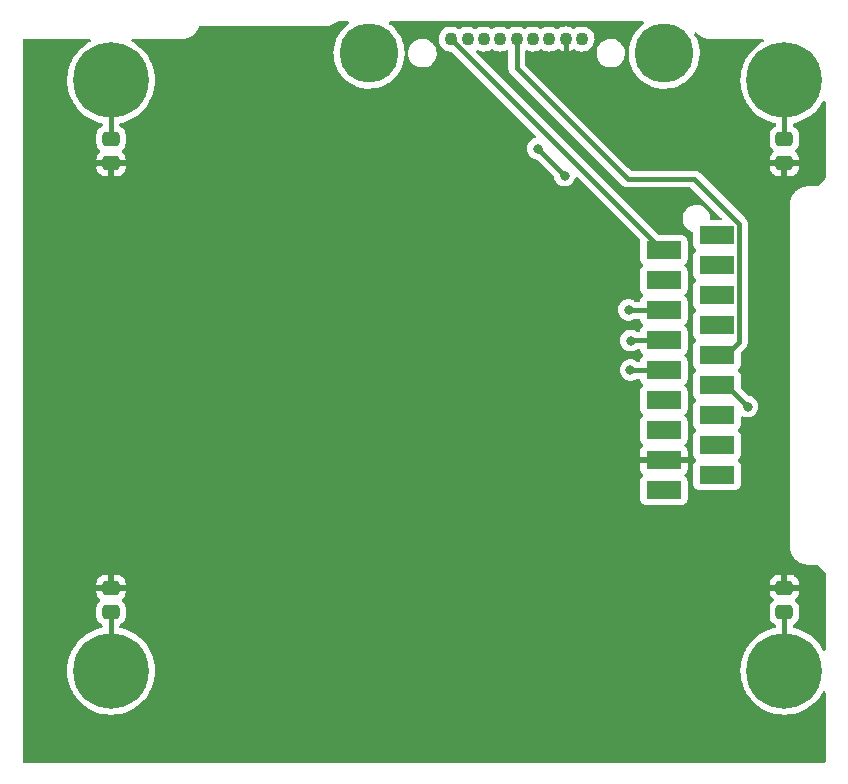
<source format=gtl>
G04 #@! TF.GenerationSoftware,KiCad,Pcbnew,(6.0.11)*
G04 #@! TF.CreationDate,2024-01-03T02:28:53+00:00*
G04 #@! TF.ProjectId,Tait_TM8XXX_TNC_Adapter,54616974-5f54-44d3-9858-58585f544e43,rev?*
G04 #@! TF.SameCoordinates,Original*
G04 #@! TF.FileFunction,Copper,L1,Top*
G04 #@! TF.FilePolarity,Positive*
%FSLAX46Y46*%
G04 Gerber Fmt 4.6, Leading zero omitted, Abs format (unit mm)*
G04 Created by KiCad (PCBNEW (6.0.11)) date 2024-01-03 02:28:53*
%MOMM*%
%LPD*%
G01*
G04 APERTURE LIST*
G04 Aperture macros list*
%AMRoundRect*
0 Rectangle with rounded corners*
0 $1 Rounding radius*
0 $2 $3 $4 $5 $6 $7 $8 $9 X,Y pos of 4 corners*
0 Add a 4 corners polygon primitive as box body*
4,1,4,$2,$3,$4,$5,$6,$7,$8,$9,$2,$3,0*
0 Add four circle primitives for the rounded corners*
1,1,$1+$1,$2,$3*
1,1,$1+$1,$4,$5*
1,1,$1+$1,$6,$7*
1,1,$1+$1,$8,$9*
0 Add four rect primitives between the rounded corners*
20,1,$1+$1,$2,$3,$4,$5,0*
20,1,$1+$1,$4,$5,$6,$7,0*
20,1,$1+$1,$6,$7,$8,$9,0*
20,1,$1+$1,$8,$9,$2,$3,0*%
G04 Aperture macros list end*
G04 #@! TA.AperFunction,ComponentPad*
%ADD10C,5.000000*%
G04 #@! TD*
G04 #@! TA.AperFunction,ComponentPad*
%ADD11C,1.100000*%
G04 #@! TD*
G04 #@! TA.AperFunction,ComponentPad*
%ADD12C,6.400000*%
G04 #@! TD*
G04 #@! TA.AperFunction,SMDPad,CuDef*
%ADD13RoundRect,0.250000X-0.475000X0.337500X-0.475000X-0.337500X0.475000X-0.337500X0.475000X0.337500X0*%
G04 #@! TD*
G04 #@! TA.AperFunction,SMDPad,CuDef*
%ADD14RoundRect,0.250000X0.475000X-0.337500X0.475000X0.337500X-0.475000X0.337500X-0.475000X-0.337500X0*%
G04 #@! TD*
G04 #@! TA.AperFunction,SMDPad,CuDef*
%ADD15R,3.000000X1.500000*%
G04 #@! TD*
G04 #@! TA.AperFunction,ViaPad*
%ADD16C,0.800000*%
G04 #@! TD*
G04 #@! TA.AperFunction,Conductor*
%ADD17C,0.400000*%
G04 #@! TD*
G04 APERTURE END LIST*
D10*
X175716525Y-51356930D03*
X200706525Y-51356930D03*
D11*
X193751525Y-50156930D03*
X190981525Y-50156930D03*
X188211525Y-50156930D03*
X185441525Y-50156930D03*
X182671525Y-50156930D03*
X192366525Y-50156930D03*
X189596525Y-50156930D03*
X186826525Y-50156930D03*
X184056525Y-50156930D03*
D12*
X210876503Y-53647987D03*
X153876015Y-103647461D03*
D13*
X210876503Y-58610487D03*
X210876503Y-60685487D03*
D12*
X210876503Y-103647461D03*
D13*
X153876015Y-58610487D03*
X153876015Y-60685487D03*
D14*
X153876015Y-98684961D03*
X153876015Y-96609961D03*
X210876503Y-98684961D03*
X210876503Y-96609961D03*
D12*
X153876015Y-53647987D03*
D15*
X205177681Y-66764528D03*
X200677681Y-68034528D03*
X205177681Y-69304528D03*
X200677681Y-70574528D03*
X205177681Y-71844528D03*
X200677681Y-73114528D03*
X205177681Y-74384528D03*
X200677681Y-75654528D03*
X205177681Y-76924528D03*
X200677681Y-78194528D03*
X205177681Y-79464528D03*
X200677681Y-80734528D03*
X205177681Y-82004528D03*
X200677681Y-83274528D03*
X205177681Y-84544528D03*
X200677681Y-85814528D03*
X205177681Y-87084528D03*
X200677681Y-88354528D03*
D16*
X207772000Y-81280000D03*
X153860000Y-62460000D03*
X192532000Y-52578000D03*
X147730000Y-91230000D03*
X157730000Y-51230000D03*
X153890000Y-94890000D03*
X212730000Y-61230000D03*
X167730000Y-51230000D03*
X207730000Y-106230000D03*
X147730000Y-71230000D03*
X147730000Y-101230000D03*
X167730000Y-106230000D03*
X157730000Y-106230000D03*
X197358000Y-85598000D03*
X187730000Y-106230000D03*
X197730000Y-106230000D03*
X212730000Y-96230000D03*
X147700000Y-51450000D03*
X147730000Y-61230000D03*
X207730000Y-96230000D03*
X147730000Y-81230000D03*
X177730000Y-106230000D03*
X197690000Y-73090000D03*
X197850000Y-78180000D03*
X189992000Y-59436000D03*
X192278000Y-61722000D03*
X197866000Y-75692000D03*
D17*
X205956528Y-79464528D02*
X207772000Y-81280000D01*
X205177681Y-79464528D02*
X205956528Y-79464528D01*
X192366525Y-50156930D02*
X192366525Y-52412525D01*
X192366525Y-52412525D02*
X192532000Y-52578000D01*
X200549123Y-68034528D02*
X182671525Y-50156930D01*
X200677681Y-68034528D02*
X200549123Y-68034528D01*
X200677681Y-73114528D02*
X197714528Y-73114528D01*
X197714528Y-73114528D02*
X197690000Y-73090000D01*
X188211525Y-52601525D02*
X188211525Y-50156930D01*
X197630000Y-62020000D02*
X188211525Y-52601525D01*
X207077681Y-75774528D02*
X207077681Y-65827681D01*
X205177681Y-76924528D02*
X205927681Y-76924528D01*
X203270000Y-62020000D02*
X197630000Y-62020000D01*
X207077681Y-65827681D02*
X203270000Y-62020000D01*
X205927681Y-76924528D02*
X207077681Y-75774528D01*
X200677681Y-78194528D02*
X197864528Y-78194528D01*
X197864528Y-78194528D02*
X197850000Y-78180000D01*
X153876015Y-58610487D02*
X153876015Y-53647987D01*
X153876015Y-98684961D02*
X153876015Y-103647461D01*
X210876503Y-98684961D02*
X210876503Y-103647461D01*
X210876503Y-58610487D02*
X210876503Y-53647987D01*
X197903472Y-75654528D02*
X197866000Y-75692000D01*
X192278000Y-61722000D02*
X189992000Y-59436000D01*
X200677681Y-75654528D02*
X197903472Y-75654528D01*
G04 #@! TA.AperFunction,Conductor*
G36*
X173923393Y-48655467D02*
G01*
X173991513Y-48675471D01*
X174038004Y-48729128D01*
X174048106Y-48799403D01*
X174018611Y-48863982D01*
X173990345Y-48888204D01*
X173970804Y-48900462D01*
X173967968Y-48902734D01*
X173967961Y-48902739D01*
X173746250Y-49080363D01*
X173700034Y-49117389D01*
X173649491Y-49168464D01*
X173486433Y-49333239D01*
X173455991Y-49364001D01*
X173453750Y-49366859D01*
X173250175Y-49626489D01*
X173241911Y-49637028D01*
X173240018Y-49640117D01*
X173240016Y-49640120D01*
X173194986Y-49713603D01*
X173060630Y-49932851D01*
X173059105Y-49936136D01*
X173059103Y-49936140D01*
X172958921Y-50151965D01*
X172914552Y-50247550D01*
X172884111Y-50339596D01*
X172810863Y-50561077D01*
X172805612Y-50576953D01*
X172804876Y-50580508D01*
X172804875Y-50580511D01*
X172738114Y-50902889D01*
X172735255Y-50916694D01*
X172722666Y-51057755D01*
X172710330Y-51195978D01*
X172704413Y-51262271D01*
X172704508Y-51265901D01*
X172704508Y-51265902D01*
X172712688Y-51578293D01*
X172713495Y-51609101D01*
X172762381Y-51952590D01*
X172850422Y-52288183D01*
X172976452Y-52611433D01*
X172978149Y-52614638D01*
X173111638Y-52866755D01*
X173138800Y-52918056D01*
X173140850Y-52921039D01*
X173140852Y-52921042D01*
X173333258Y-53200994D01*
X173333264Y-53201001D01*
X173335315Y-53203986D01*
X173563391Y-53465435D01*
X173566076Y-53467878D01*
X173775793Y-53658705D01*
X173820006Y-53698936D01*
X174101758Y-53901396D01*
X174404913Y-54070130D01*
X174725453Y-54202902D01*
X174728947Y-54203897D01*
X174728949Y-54203898D01*
X175055628Y-54296955D01*
X175055633Y-54296956D01*
X175059129Y-54297952D01*
X175255829Y-54330163D01*
X175397937Y-54353434D01*
X175397944Y-54353435D01*
X175401518Y-54354020D01*
X175574801Y-54362192D01*
X175744456Y-54370193D01*
X175744457Y-54370193D01*
X175748083Y-54370364D01*
X175756940Y-54369760D01*
X176090598Y-54347014D01*
X176090606Y-54347013D01*
X176094229Y-54346766D01*
X176097804Y-54346103D01*
X176097807Y-54346103D01*
X176431804Y-54284200D01*
X176431808Y-54284199D01*
X176435369Y-54283539D01*
X176766981Y-54181522D01*
X177084670Y-54042066D01*
X177329036Y-53899271D01*
X177381085Y-53868856D01*
X177381087Y-53868855D01*
X177384225Y-53867021D01*
X177387134Y-53864837D01*
X177658769Y-53660888D01*
X177658773Y-53660885D01*
X177661676Y-53658705D01*
X177913344Y-53419880D01*
X178135895Y-53153713D01*
X178326378Y-52863729D01*
X178476407Y-52565430D01*
X178480642Y-52557010D01*
X178480645Y-52557002D01*
X178482269Y-52553774D01*
X178540359Y-52395036D01*
X178600254Y-52231367D01*
X178600255Y-52231363D01*
X178601502Y-52227956D01*
X178602347Y-52224434D01*
X178602350Y-52224426D01*
X178681649Y-51894121D01*
X178681650Y-51894117D01*
X178682496Y-51890592D01*
X178694169Y-51794134D01*
X178723841Y-51548934D01*
X178723841Y-51548927D01*
X178724177Y-51546155D01*
X178724730Y-51528580D01*
X178728926Y-51395043D01*
X179018739Y-51395043D01*
X179044655Y-51609207D01*
X179046302Y-51614561D01*
X179046303Y-51614565D01*
X179066797Y-51681181D01*
X179108088Y-51815396D01*
X179110659Y-51820377D01*
X179162758Y-51921317D01*
X179207030Y-52007094D01*
X179210445Y-52011544D01*
X179334940Y-52173790D01*
X179334944Y-52173794D01*
X179338356Y-52178241D01*
X179342505Y-52182016D01*
X179493767Y-52319654D01*
X179493770Y-52319656D01*
X179497914Y-52323427D01*
X179502666Y-52326408D01*
X179675904Y-52435081D01*
X179675908Y-52435083D01*
X179680660Y-52438064D01*
X179880818Y-52518527D01*
X180092062Y-52562274D01*
X180096673Y-52562540D01*
X180096674Y-52562540D01*
X180144977Y-52565325D01*
X180144981Y-52565325D01*
X180146800Y-52565430D01*
X180286260Y-52565430D01*
X180289047Y-52565181D01*
X180289053Y-52565181D01*
X180355765Y-52559227D01*
X180446397Y-52551138D01*
X180573265Y-52516431D01*
X180649061Y-52495696D01*
X180649065Y-52495695D01*
X180654477Y-52494214D01*
X180849188Y-52401341D01*
X181024376Y-52275456D01*
X181174502Y-52120538D01*
X181274691Y-51971440D01*
X181291690Y-51946144D01*
X181291690Y-51946143D01*
X181294822Y-51941483D01*
X181315613Y-51894121D01*
X181379276Y-51749091D01*
X181381533Y-51743950D01*
X181431893Y-51534185D01*
X181441952Y-51359727D01*
X181443988Y-51324424D01*
X181443988Y-51324421D01*
X181444311Y-51318817D01*
X181422447Y-51138135D01*
X181419069Y-51110222D01*
X181419069Y-51110221D01*
X181418395Y-51104653D01*
X181415816Y-51096268D01*
X181356610Y-50903821D01*
X181354962Y-50898464D01*
X181282273Y-50757630D01*
X181258591Y-50711747D01*
X181258590Y-50711746D01*
X181256020Y-50706766D01*
X181203941Y-50638895D01*
X181128110Y-50540070D01*
X181128106Y-50540066D01*
X181124694Y-50535619D01*
X181033801Y-50452913D01*
X180969283Y-50394206D01*
X180969280Y-50394204D01*
X180965136Y-50390433D01*
X180958793Y-50386454D01*
X180787146Y-50278779D01*
X180787142Y-50278777D01*
X180782390Y-50275796D01*
X180582232Y-50195333D01*
X180370988Y-50151586D01*
X180366377Y-50151320D01*
X180366376Y-50151320D01*
X180318073Y-50148535D01*
X180318069Y-50148535D01*
X180316250Y-50148430D01*
X180176790Y-50148430D01*
X180174003Y-50148679D01*
X180173997Y-50148679D01*
X180111164Y-50154287D01*
X180016653Y-50162722D01*
X179901610Y-50194194D01*
X179813989Y-50218164D01*
X179813985Y-50218165D01*
X179808573Y-50219646D01*
X179613862Y-50312519D01*
X179477988Y-50410154D01*
X179447691Y-50431925D01*
X179438674Y-50438404D01*
X179434767Y-50442436D01*
X179300963Y-50580511D01*
X179288548Y-50593322D01*
X179208970Y-50711747D01*
X179173402Y-50764678D01*
X179168228Y-50772377D01*
X179081517Y-50969910D01*
X179049168Y-51104653D01*
X179034519Y-51165673D01*
X179031157Y-51179675D01*
X179028201Y-51230939D01*
X179020937Y-51356930D01*
X179018739Y-51395043D01*
X178728926Y-51395043D01*
X178730036Y-51359727D01*
X178730124Y-51356930D01*
X178728250Y-51324424D01*
X178710361Y-51014176D01*
X178710360Y-51014171D01*
X178710152Y-51010556D01*
X178690121Y-50895784D01*
X178651125Y-50672345D01*
X178651123Y-50672338D01*
X178650501Y-50668772D01*
X178643669Y-50645705D01*
X178597019Y-50488219D01*
X178551962Y-50336110D01*
X178548021Y-50326871D01*
X178469201Y-50142080D01*
X181608007Y-50142080D01*
X181609213Y-50156437D01*
X181624493Y-50338402D01*
X181625377Y-50348934D01*
X181682594Y-50548475D01*
X181685412Y-50553957D01*
X181685413Y-50553961D01*
X181758917Y-50696983D01*
X181777480Y-50733103D01*
X181906419Y-50895784D01*
X181911106Y-50899773D01*
X181911109Y-50899776D01*
X182059809Y-51026329D01*
X182064501Y-51030322D01*
X182245705Y-51131594D01*
X182443128Y-51195740D01*
X182649250Y-51220319D01*
X182655386Y-51219847D01*
X182655395Y-51219847D01*
X182669180Y-51218786D01*
X182738635Y-51233501D01*
X182767944Y-51255319D01*
X189850857Y-58338232D01*
X189884883Y-58400544D01*
X189879818Y-58471359D01*
X189837271Y-58528195D01*
X189787959Y-58550574D01*
X189709712Y-58567206D01*
X189703682Y-58569891D01*
X189703681Y-58569891D01*
X189541278Y-58642197D01*
X189541276Y-58642198D01*
X189535248Y-58644882D01*
X189380747Y-58757134D01*
X189252960Y-58899056D01*
X189157473Y-59064444D01*
X189098458Y-59246072D01*
X189078496Y-59436000D01*
X189079186Y-59442565D01*
X189089562Y-59541283D01*
X189098458Y-59625928D01*
X189157473Y-59807556D01*
X189252960Y-59972944D01*
X189257378Y-59977851D01*
X189257379Y-59977852D01*
X189306504Y-60032411D01*
X189380747Y-60114866D01*
X189535248Y-60227118D01*
X189541276Y-60229802D01*
X189541278Y-60229803D01*
X189700948Y-60300892D01*
X189709712Y-60304794D01*
X189846411Y-60333850D01*
X189862569Y-60337285D01*
X189925467Y-60371437D01*
X191343335Y-61789306D01*
X191377361Y-61851618D01*
X191379550Y-61865230D01*
X191384458Y-61911928D01*
X191386498Y-61918205D01*
X191386498Y-61918207D01*
X191418234Y-62015880D01*
X191443473Y-62093556D01*
X191538960Y-62258944D01*
X191666747Y-62400866D01*
X191821248Y-62513118D01*
X191827276Y-62515802D01*
X191827278Y-62515803D01*
X191987478Y-62587128D01*
X191995712Y-62590794D01*
X192089113Y-62610647D01*
X192176056Y-62629128D01*
X192176061Y-62629128D01*
X192182513Y-62630500D01*
X192373487Y-62630500D01*
X192379939Y-62629128D01*
X192379944Y-62629128D01*
X192466887Y-62610647D01*
X192560288Y-62590794D01*
X192568522Y-62587128D01*
X192728722Y-62515803D01*
X192728724Y-62515802D01*
X192734752Y-62513118D01*
X192889253Y-62400866D01*
X193017040Y-62258944D01*
X193112527Y-62093556D01*
X193170052Y-61916514D01*
X193210126Y-61857908D01*
X193275522Y-61830271D01*
X193345479Y-61842378D01*
X193378980Y-61866355D01*
X198634317Y-67121692D01*
X198668343Y-67184004D01*
X198670484Y-67224400D01*
X198669550Y-67232991D01*
X198669550Y-67232997D01*
X198669181Y-67236394D01*
X198669181Y-68832662D01*
X198675936Y-68894844D01*
X198727066Y-69031233D01*
X198814420Y-69147789D01*
X198821600Y-69153170D01*
X198821601Y-69153171D01*
X198889024Y-69203702D01*
X198931539Y-69260562D01*
X198936565Y-69331380D01*
X198902505Y-69393673D01*
X198889024Y-69405354D01*
X198814420Y-69461267D01*
X198727066Y-69577823D01*
X198675936Y-69714212D01*
X198669181Y-69776394D01*
X198669181Y-71372662D01*
X198675936Y-71434844D01*
X198727066Y-71571233D01*
X198814420Y-71687789D01*
X198821600Y-71693170D01*
X198821601Y-71693171D01*
X198889024Y-71743702D01*
X198931539Y-71800562D01*
X198936565Y-71871380D01*
X198902505Y-71933673D01*
X198889024Y-71945354D01*
X198814420Y-72001267D01*
X198727066Y-72117823D01*
X198675936Y-72254212D01*
X198675083Y-72262068D01*
X198671653Y-72293636D01*
X198644411Y-72359198D01*
X198586047Y-72399624D01*
X198546390Y-72406028D01*
X198335165Y-72406028D01*
X198267044Y-72386026D01*
X198261104Y-72381964D01*
X198152094Y-72302763D01*
X198152093Y-72302762D01*
X198146752Y-72298882D01*
X198140724Y-72296198D01*
X198140722Y-72296197D01*
X197978319Y-72223891D01*
X197978318Y-72223891D01*
X197972288Y-72221206D01*
X197878887Y-72201353D01*
X197791944Y-72182872D01*
X197791939Y-72182872D01*
X197785487Y-72181500D01*
X197594513Y-72181500D01*
X197588061Y-72182872D01*
X197588056Y-72182872D01*
X197501113Y-72201353D01*
X197407712Y-72221206D01*
X197401682Y-72223891D01*
X197401681Y-72223891D01*
X197239278Y-72296197D01*
X197239276Y-72296198D01*
X197233248Y-72298882D01*
X197078747Y-72411134D01*
X196950960Y-72553056D01*
X196855473Y-72718444D01*
X196796458Y-72900072D01*
X196776496Y-73090000D01*
X196777186Y-73096565D01*
X196795548Y-73271267D01*
X196796458Y-73279928D01*
X196855473Y-73461556D01*
X196950960Y-73626944D01*
X197078747Y-73768866D01*
X197233248Y-73881118D01*
X197239276Y-73883802D01*
X197239278Y-73883803D01*
X197401681Y-73956109D01*
X197407712Y-73958794D01*
X197483221Y-73974844D01*
X197588056Y-73997128D01*
X197588061Y-73997128D01*
X197594513Y-73998500D01*
X197785487Y-73998500D01*
X197791939Y-73997128D01*
X197791944Y-73997128D01*
X197896779Y-73974844D01*
X197972288Y-73958794D01*
X197978319Y-73956109D01*
X198140722Y-73883803D01*
X198140724Y-73883802D01*
X198146752Y-73881118D01*
X198193585Y-73847092D01*
X198267646Y-73823028D01*
X198546390Y-73823028D01*
X198614511Y-73843030D01*
X198661004Y-73896686D01*
X198671653Y-73935420D01*
X198675936Y-73974844D01*
X198727066Y-74111233D01*
X198814420Y-74227789D01*
X198821600Y-74233170D01*
X198821601Y-74233171D01*
X198889024Y-74283702D01*
X198931539Y-74340562D01*
X198936565Y-74411380D01*
X198902505Y-74473673D01*
X198889024Y-74485354D01*
X198814420Y-74541267D01*
X198727066Y-74657823D01*
X198675936Y-74794212D01*
X198675083Y-74802068D01*
X198671653Y-74833636D01*
X198644411Y-74899198D01*
X198586047Y-74939624D01*
X198546390Y-74946028D01*
X198425830Y-74946028D01*
X198351769Y-74921964D01*
X198328094Y-74904763D01*
X198328093Y-74904762D01*
X198322752Y-74900882D01*
X198316724Y-74898198D01*
X198316722Y-74898197D01*
X198154319Y-74825891D01*
X198154318Y-74825891D01*
X198148288Y-74823206D01*
X198048842Y-74802068D01*
X197967944Y-74784872D01*
X197967939Y-74784872D01*
X197961487Y-74783500D01*
X197770513Y-74783500D01*
X197764061Y-74784872D01*
X197764056Y-74784872D01*
X197683158Y-74802068D01*
X197583712Y-74823206D01*
X197577682Y-74825891D01*
X197577681Y-74825891D01*
X197415278Y-74898197D01*
X197415276Y-74898198D01*
X197409248Y-74900882D01*
X197254747Y-75013134D01*
X197126960Y-75155056D01*
X197031473Y-75320444D01*
X196972458Y-75502072D01*
X196971768Y-75508633D01*
X196971768Y-75508635D01*
X196963727Y-75585143D01*
X196952496Y-75692000D01*
X196972458Y-75881928D01*
X197031473Y-76063556D01*
X197126960Y-76228944D01*
X197131378Y-76233851D01*
X197131379Y-76233852D01*
X197247690Y-76363028D01*
X197254747Y-76370866D01*
X197345340Y-76436686D01*
X197398653Y-76475420D01*
X197409248Y-76483118D01*
X197415276Y-76485802D01*
X197415278Y-76485803D01*
X197577681Y-76558109D01*
X197583712Y-76560794D01*
X197677113Y-76580647D01*
X197764056Y-76599128D01*
X197764061Y-76599128D01*
X197770513Y-76600500D01*
X197961487Y-76600500D01*
X197967939Y-76599128D01*
X197967944Y-76599128D01*
X198054887Y-76580647D01*
X198148288Y-76560794D01*
X198154319Y-76558109D01*
X198316722Y-76485803D01*
X198316724Y-76485802D01*
X198322752Y-76483118D01*
X198333348Y-76475420D01*
X198454920Y-76387092D01*
X198521788Y-76363234D01*
X198528981Y-76363028D01*
X198546390Y-76363028D01*
X198614511Y-76383030D01*
X198661004Y-76436686D01*
X198671653Y-76475420D01*
X198672781Y-76485803D01*
X198675936Y-76514844D01*
X198727066Y-76651233D01*
X198814420Y-76767789D01*
X198821600Y-76773170D01*
X198821601Y-76773171D01*
X198889024Y-76823702D01*
X198931539Y-76880562D01*
X198936565Y-76951380D01*
X198902505Y-77013673D01*
X198889024Y-77025354D01*
X198814420Y-77081267D01*
X198727066Y-77197823D01*
X198675936Y-77334212D01*
X198675083Y-77342068D01*
X198671653Y-77373636D01*
X198644411Y-77439198D01*
X198586047Y-77479624D01*
X198546390Y-77486028D01*
X198481401Y-77486028D01*
X198413280Y-77466026D01*
X198407340Y-77461964D01*
X198312094Y-77392763D01*
X198312093Y-77392762D01*
X198306752Y-77388882D01*
X198300724Y-77386198D01*
X198300722Y-77386197D01*
X198138319Y-77313891D01*
X198138318Y-77313891D01*
X198132288Y-77311206D01*
X198038887Y-77291353D01*
X197951944Y-77272872D01*
X197951939Y-77272872D01*
X197945487Y-77271500D01*
X197754513Y-77271500D01*
X197748061Y-77272872D01*
X197748056Y-77272872D01*
X197661113Y-77291353D01*
X197567712Y-77311206D01*
X197561682Y-77313891D01*
X197561681Y-77313891D01*
X197399278Y-77386197D01*
X197399276Y-77386198D01*
X197393248Y-77388882D01*
X197387907Y-77392762D01*
X197387906Y-77392763D01*
X197337843Y-77429136D01*
X197238747Y-77501134D01*
X197110960Y-77643056D01*
X197015473Y-77808444D01*
X196956458Y-77990072D01*
X196936496Y-78180000D01*
X196937186Y-78186565D01*
X196954497Y-78351267D01*
X196956458Y-78369928D01*
X197015473Y-78551556D01*
X197110960Y-78716944D01*
X197238747Y-78858866D01*
X197393248Y-78971118D01*
X197399276Y-78973802D01*
X197399278Y-78973803D01*
X197492752Y-79015420D01*
X197567712Y-79048794D01*
X197661112Y-79068647D01*
X197748056Y-79087128D01*
X197748061Y-79087128D01*
X197754513Y-79088500D01*
X197945487Y-79088500D01*
X197951939Y-79087128D01*
X197951944Y-79087128D01*
X198038888Y-79068647D01*
X198132288Y-79048794D01*
X198207248Y-79015420D01*
X198300722Y-78973803D01*
X198300724Y-78973802D01*
X198306752Y-78971118D01*
X198367348Y-78927092D01*
X198434215Y-78903234D01*
X198441409Y-78903028D01*
X198546390Y-78903028D01*
X198614511Y-78923030D01*
X198661004Y-78976686D01*
X198671653Y-79015420D01*
X198675936Y-79054844D01*
X198727066Y-79191233D01*
X198814420Y-79307789D01*
X198821600Y-79313170D01*
X198821601Y-79313171D01*
X198889024Y-79363702D01*
X198931539Y-79420562D01*
X198936565Y-79491380D01*
X198902505Y-79553673D01*
X198889024Y-79565354D01*
X198814420Y-79621267D01*
X198727066Y-79737823D01*
X198675936Y-79874212D01*
X198669181Y-79936394D01*
X198669181Y-81532662D01*
X198675936Y-81594844D01*
X198727066Y-81731233D01*
X198814420Y-81847789D01*
X198821600Y-81853170D01*
X198821601Y-81853171D01*
X198889024Y-81903702D01*
X198931539Y-81960562D01*
X198936565Y-82031380D01*
X198902505Y-82093673D01*
X198889024Y-82105354D01*
X198829232Y-82150166D01*
X198814420Y-82161267D01*
X198727066Y-82277823D01*
X198675936Y-82414212D01*
X198669181Y-82476394D01*
X198669181Y-84072662D01*
X198675936Y-84134844D01*
X198727066Y-84271233D01*
X198814420Y-84387789D01*
X198821600Y-84393170D01*
X198889441Y-84444014D01*
X198931956Y-84500873D01*
X198936982Y-84571692D01*
X198902922Y-84633985D01*
X198889441Y-84645666D01*
X198821958Y-84696242D01*
X198809396Y-84708804D01*
X198732895Y-84810879D01*
X198724357Y-84826474D01*
X198679203Y-84946922D01*
X198675576Y-84962177D01*
X198670050Y-85013042D01*
X198669681Y-85019856D01*
X198669681Y-85542413D01*
X198674156Y-85557652D01*
X198675546Y-85558857D01*
X198683229Y-85560528D01*
X202667565Y-85560528D01*
X202682804Y-85556053D01*
X202684009Y-85554663D01*
X202685680Y-85546980D01*
X202685680Y-85019859D01*
X202685310Y-85013038D01*
X202679786Y-84962176D01*
X202676160Y-84946924D01*
X202631005Y-84826474D01*
X202622467Y-84810879D01*
X202545966Y-84708804D01*
X202533404Y-84696242D01*
X202465921Y-84645666D01*
X202423406Y-84588806D01*
X202418381Y-84517988D01*
X202452440Y-84455695D01*
X202465921Y-84444014D01*
X202533762Y-84393170D01*
X202540942Y-84387789D01*
X202628296Y-84271233D01*
X202679426Y-84134844D01*
X202686181Y-84072662D01*
X202686181Y-82476394D01*
X202679426Y-82414212D01*
X202628296Y-82277823D01*
X202540942Y-82161267D01*
X202526130Y-82150166D01*
X202466338Y-82105354D01*
X202423823Y-82048494D01*
X202418797Y-81977676D01*
X202452857Y-81915383D01*
X202466338Y-81903702D01*
X202533761Y-81853171D01*
X202533762Y-81853170D01*
X202540942Y-81847789D01*
X202628296Y-81731233D01*
X202679426Y-81594844D01*
X202686181Y-81532662D01*
X202686181Y-79936394D01*
X202679426Y-79874212D01*
X202628296Y-79737823D01*
X202540942Y-79621267D01*
X202466338Y-79565354D01*
X202423823Y-79508494D01*
X202418797Y-79437676D01*
X202452857Y-79375383D01*
X202466338Y-79363702D01*
X202533761Y-79313171D01*
X202533762Y-79313170D01*
X202540942Y-79307789D01*
X202628296Y-79191233D01*
X202679426Y-79054844D01*
X202686181Y-78992662D01*
X202686181Y-77396394D01*
X202679426Y-77334212D01*
X202628296Y-77197823D01*
X202540942Y-77081267D01*
X202466338Y-77025354D01*
X202423823Y-76968494D01*
X202418797Y-76897676D01*
X202452857Y-76835383D01*
X202466338Y-76823702D01*
X202533761Y-76773171D01*
X202533762Y-76773170D01*
X202540942Y-76767789D01*
X202628296Y-76651233D01*
X202679426Y-76514844D01*
X202686181Y-76452662D01*
X202686181Y-74856394D01*
X202679426Y-74794212D01*
X202628296Y-74657823D01*
X202540942Y-74541267D01*
X202466338Y-74485354D01*
X202423823Y-74428494D01*
X202418797Y-74357676D01*
X202452857Y-74295383D01*
X202466338Y-74283702D01*
X202533761Y-74233171D01*
X202533762Y-74233170D01*
X202540942Y-74227789D01*
X202628296Y-74111233D01*
X202679426Y-73974844D01*
X202686181Y-73912662D01*
X202686181Y-72316394D01*
X202679426Y-72254212D01*
X202628296Y-72117823D01*
X202540942Y-72001267D01*
X202466338Y-71945354D01*
X202423823Y-71888494D01*
X202418797Y-71817676D01*
X202452857Y-71755383D01*
X202466338Y-71743702D01*
X202533761Y-71693171D01*
X202533762Y-71693170D01*
X202540942Y-71687789D01*
X202628296Y-71571233D01*
X202679426Y-71434844D01*
X202686181Y-71372662D01*
X202686181Y-69776394D01*
X202679426Y-69714212D01*
X202628296Y-69577823D01*
X202540942Y-69461267D01*
X202466338Y-69405354D01*
X202423823Y-69348494D01*
X202418797Y-69277676D01*
X202452857Y-69215383D01*
X202466338Y-69203702D01*
X202533761Y-69153171D01*
X202533762Y-69153170D01*
X202540942Y-69147789D01*
X202628296Y-69031233D01*
X202679426Y-68894844D01*
X202686181Y-68832662D01*
X202686181Y-67236394D01*
X202679426Y-67174212D01*
X202628296Y-67037823D01*
X202540942Y-66921267D01*
X202424386Y-66833913D01*
X202287997Y-66782783D01*
X202225815Y-66776028D01*
X200344784Y-66776028D01*
X200276663Y-66756026D01*
X200255689Y-66739123D01*
X192575287Y-59058721D01*
X184824567Y-51308002D01*
X184790541Y-51245690D01*
X184795606Y-51174875D01*
X184838153Y-51118039D01*
X184904673Y-51093228D01*
X184975132Y-51108919D01*
X184991451Y-51118039D01*
X185015705Y-51131594D01*
X185213128Y-51195740D01*
X185419250Y-51220319D01*
X185425385Y-51219847D01*
X185425387Y-51219847D01*
X185620080Y-51204866D01*
X185620085Y-51204865D01*
X185626221Y-51204393D01*
X185632151Y-51202737D01*
X185632153Y-51202737D01*
X185764732Y-51165720D01*
X185826157Y-51148570D01*
X185832591Y-51145320D01*
X186005941Y-51057755D01*
X186005943Y-51057754D01*
X186011442Y-51054976D01*
X186054046Y-51021690D01*
X186120039Y-50995514D01*
X186189709Y-51009172D01*
X186213281Y-51025028D01*
X186219501Y-51030322D01*
X186400705Y-51131594D01*
X186598128Y-51195740D01*
X186804250Y-51220319D01*
X186810385Y-51219847D01*
X186810387Y-51219847D01*
X187005080Y-51204866D01*
X187005085Y-51204865D01*
X187011221Y-51204393D01*
X187017151Y-51202737D01*
X187017153Y-51202737D01*
X187149732Y-51165720D01*
X187211157Y-51148570D01*
X187221264Y-51143465D01*
X187320215Y-51093481D01*
X187390037Y-51080621D01*
X187455728Y-51107550D01*
X187496431Y-51165720D01*
X187503025Y-51205947D01*
X187503025Y-52572613D01*
X187502733Y-52581183D01*
X187498800Y-52638877D01*
X187500105Y-52646354D01*
X187500105Y-52646355D01*
X187509786Y-52701824D01*
X187510748Y-52708346D01*
X187518423Y-52771767D01*
X187521106Y-52778868D01*
X187521747Y-52781477D01*
X187526210Y-52797787D01*
X187526975Y-52800323D01*
X187528282Y-52807809D01*
X187552830Y-52863729D01*
X187553967Y-52866320D01*
X187556458Y-52872424D01*
X187579038Y-52932181D01*
X187583342Y-52938444D01*
X187584579Y-52940810D01*
X187592824Y-52955622D01*
X187594157Y-52957876D01*
X187597210Y-52964830D01*
X187601832Y-52970853D01*
X187636104Y-53015516D01*
X187639984Y-53020857D01*
X187671864Y-53067245D01*
X187671869Y-53067250D01*
X187676168Y-53073506D01*
X187681838Y-53078557D01*
X187681839Y-53078559D01*
X187722695Y-53114960D01*
X187727971Y-53119941D01*
X197108550Y-62500520D01*
X197114404Y-62506785D01*
X197152439Y-62550385D01*
X197158653Y-62554752D01*
X197204719Y-62587128D01*
X197210014Y-62591061D01*
X197260282Y-62630476D01*
X197267198Y-62633599D01*
X197269484Y-62634983D01*
X197284165Y-62643357D01*
X197286525Y-62644622D01*
X197292739Y-62648990D01*
X197299818Y-62651750D01*
X197299820Y-62651751D01*
X197352275Y-62672202D01*
X197358344Y-62674753D01*
X197416573Y-62701045D01*
X197424046Y-62702430D01*
X197426612Y-62703234D01*
X197442835Y-62707855D01*
X197445427Y-62708520D01*
X197452509Y-62711282D01*
X197460044Y-62712274D01*
X197515861Y-62719622D01*
X197522377Y-62720654D01*
X197560770Y-62727770D01*
X197585186Y-62732295D01*
X197592766Y-62731858D01*
X197592767Y-62731858D01*
X197647380Y-62728709D01*
X197654633Y-62728500D01*
X202924340Y-62728500D01*
X202992461Y-62748502D01*
X203013435Y-62765405D01*
X205538962Y-65290933D01*
X205572988Y-65353245D01*
X205567923Y-65424061D01*
X205525376Y-65480896D01*
X205458856Y-65505707D01*
X205449867Y-65506028D01*
X204742170Y-65506028D01*
X204674049Y-65486026D01*
X204627556Y-65432370D01*
X204616181Y-65378379D01*
X204617481Y-65279026D01*
X204617557Y-65273244D01*
X204612345Y-65242913D01*
X204582478Y-65069092D01*
X204582477Y-65069089D01*
X204581500Y-65063402D01*
X204507806Y-64863644D01*
X204398942Y-64680662D01*
X204258556Y-64520582D01*
X204091348Y-64388766D01*
X204086237Y-64386077D01*
X204086234Y-64386075D01*
X203982720Y-64331613D01*
X203902919Y-64289628D01*
X203897398Y-64287914D01*
X203897394Y-64287912D01*
X203705102Y-64228204D01*
X203705103Y-64228204D01*
X203699579Y-64226489D01*
X203526699Y-64206028D01*
X203403668Y-64206028D01*
X203318036Y-64213896D01*
X203251411Y-64220018D01*
X203251408Y-64220019D01*
X203245657Y-64220547D01*
X203240098Y-64222115D01*
X203240097Y-64222115D01*
X203046292Y-64276774D01*
X203046290Y-64276775D01*
X203040733Y-64278342D01*
X203035558Y-64280894D01*
X203035553Y-64280896D01*
X203012386Y-64292321D01*
X202849773Y-64372513D01*
X202679172Y-64499906D01*
X202534644Y-64656257D01*
X202421028Y-64836327D01*
X202342130Y-65034087D01*
X202341004Y-65039747D01*
X202341003Y-65039751D01*
X202336299Y-65063402D01*
X202300592Y-65242913D01*
X202300516Y-65248688D01*
X202300516Y-65248692D01*
X202300195Y-65273244D01*
X202297805Y-65455812D01*
X202298784Y-65461509D01*
X202298784Y-65461510D01*
X202329435Y-65639888D01*
X202333862Y-65665654D01*
X202407556Y-65865412D01*
X202516420Y-66048394D01*
X202656806Y-66208474D01*
X202824014Y-66340290D01*
X202829125Y-66342979D01*
X202829128Y-66342981D01*
X203007328Y-66436737D01*
X203012443Y-66439428D01*
X203017963Y-66441142D01*
X203080546Y-66460575D01*
X203139671Y-66499878D01*
X203168161Y-66564908D01*
X203169181Y-66580907D01*
X203169181Y-67562662D01*
X203175936Y-67624844D01*
X203227066Y-67761233D01*
X203314420Y-67877789D01*
X203321600Y-67883170D01*
X203321601Y-67883171D01*
X203389024Y-67933702D01*
X203431539Y-67990562D01*
X203436565Y-68061380D01*
X203402505Y-68123673D01*
X203389024Y-68135354D01*
X203314420Y-68191267D01*
X203227066Y-68307823D01*
X203175936Y-68444212D01*
X203169181Y-68506394D01*
X203169181Y-70102662D01*
X203175936Y-70164844D01*
X203227066Y-70301233D01*
X203314420Y-70417789D01*
X203321600Y-70423170D01*
X203321601Y-70423171D01*
X203389024Y-70473702D01*
X203431539Y-70530562D01*
X203436565Y-70601380D01*
X203402505Y-70663673D01*
X203389024Y-70675354D01*
X203314420Y-70731267D01*
X203227066Y-70847823D01*
X203175936Y-70984212D01*
X203169181Y-71046394D01*
X203169181Y-72642662D01*
X203175936Y-72704844D01*
X203227066Y-72841233D01*
X203314420Y-72957789D01*
X203321600Y-72963170D01*
X203321601Y-72963171D01*
X203389024Y-73013702D01*
X203431539Y-73070562D01*
X203436565Y-73141380D01*
X203402505Y-73203673D01*
X203389024Y-73215354D01*
X203314420Y-73271267D01*
X203227066Y-73387823D01*
X203175936Y-73524212D01*
X203169181Y-73586394D01*
X203169181Y-75182662D01*
X203175936Y-75244844D01*
X203227066Y-75381233D01*
X203314420Y-75497789D01*
X203321600Y-75503170D01*
X203321601Y-75503171D01*
X203389024Y-75553702D01*
X203431539Y-75610562D01*
X203436565Y-75681380D01*
X203402505Y-75743673D01*
X203389024Y-75755354D01*
X203321601Y-75805885D01*
X203314420Y-75811267D01*
X203227066Y-75927823D01*
X203175936Y-76064212D01*
X203169181Y-76126394D01*
X203169181Y-77722662D01*
X203175936Y-77784844D01*
X203227066Y-77921233D01*
X203314420Y-78037789D01*
X203321600Y-78043170D01*
X203321601Y-78043171D01*
X203389024Y-78093702D01*
X203431539Y-78150562D01*
X203436565Y-78221380D01*
X203402505Y-78283673D01*
X203389024Y-78295354D01*
X203314420Y-78351267D01*
X203227066Y-78467823D01*
X203175936Y-78604212D01*
X203169181Y-78666394D01*
X203169181Y-80262662D01*
X203175936Y-80324844D01*
X203227066Y-80461233D01*
X203314420Y-80577789D01*
X203321600Y-80583170D01*
X203321601Y-80583171D01*
X203389024Y-80633702D01*
X203431539Y-80690562D01*
X203436565Y-80761380D01*
X203402505Y-80823673D01*
X203389024Y-80835354D01*
X203314420Y-80891267D01*
X203227066Y-81007823D01*
X203175936Y-81144212D01*
X203169181Y-81206394D01*
X203169181Y-82802662D01*
X203175936Y-82864844D01*
X203227066Y-83001233D01*
X203314420Y-83117789D01*
X203321600Y-83123170D01*
X203321601Y-83123171D01*
X203389024Y-83173702D01*
X203431539Y-83230562D01*
X203436565Y-83301380D01*
X203402505Y-83363673D01*
X203389024Y-83375354D01*
X203314420Y-83431267D01*
X203227066Y-83547823D01*
X203175936Y-83684212D01*
X203169181Y-83746394D01*
X203169181Y-85342662D01*
X203175936Y-85404844D01*
X203227066Y-85541233D01*
X203314420Y-85657789D01*
X203321600Y-85663170D01*
X203321601Y-85663171D01*
X203389024Y-85713702D01*
X203431539Y-85770562D01*
X203436565Y-85841380D01*
X203402505Y-85903673D01*
X203389024Y-85915354D01*
X203314420Y-85971267D01*
X203227066Y-86087823D01*
X203175936Y-86224212D01*
X203169181Y-86286394D01*
X203169181Y-87882662D01*
X203175936Y-87944844D01*
X203227066Y-88081233D01*
X203314420Y-88197789D01*
X203430976Y-88285143D01*
X203567365Y-88336273D01*
X203629547Y-88343028D01*
X206725815Y-88343028D01*
X206787997Y-88336273D01*
X206924386Y-88285143D01*
X207040942Y-88197789D01*
X207128296Y-88081233D01*
X207179426Y-87944844D01*
X207186181Y-87882662D01*
X207186181Y-86286394D01*
X207179426Y-86224212D01*
X207128296Y-86087823D01*
X207040942Y-85971267D01*
X206966338Y-85915354D01*
X206923823Y-85858494D01*
X206918797Y-85787676D01*
X206952857Y-85725383D01*
X206966338Y-85713702D01*
X207033761Y-85663171D01*
X207033762Y-85663170D01*
X207040942Y-85657789D01*
X207128296Y-85541233D01*
X207179426Y-85404844D01*
X207186181Y-85342662D01*
X207186181Y-83746394D01*
X207179426Y-83684212D01*
X207128296Y-83547823D01*
X207040942Y-83431267D01*
X206966338Y-83375354D01*
X206923823Y-83318494D01*
X206918797Y-83247676D01*
X206952857Y-83185383D01*
X206966338Y-83173702D01*
X207033761Y-83123171D01*
X207033762Y-83123170D01*
X207040942Y-83117789D01*
X207128296Y-83001233D01*
X207179426Y-82864844D01*
X207186181Y-82802662D01*
X207186181Y-82207677D01*
X207206183Y-82139556D01*
X207259839Y-82093063D01*
X207330113Y-82082959D01*
X207363430Y-82092570D01*
X207392144Y-82105354D01*
X207489712Y-82148794D01*
X207548393Y-82161267D01*
X207670056Y-82187128D01*
X207670061Y-82187128D01*
X207676513Y-82188500D01*
X207867487Y-82188500D01*
X207873939Y-82187128D01*
X207873944Y-82187128D01*
X207995607Y-82161267D01*
X208054288Y-82148794D01*
X208075037Y-82139556D01*
X208222722Y-82073803D01*
X208222724Y-82073802D01*
X208228752Y-82071118D01*
X208383253Y-81958866D01*
X208511040Y-81816944D01*
X208606527Y-81651556D01*
X208665542Y-81469928D01*
X208685504Y-81280000D01*
X208665542Y-81090072D01*
X208606527Y-80908444D01*
X208511040Y-80743056D01*
X208383253Y-80601134D01*
X208228752Y-80488882D01*
X208222724Y-80486198D01*
X208222722Y-80486197D01*
X208060319Y-80413891D01*
X208060318Y-80413891D01*
X208054288Y-80411206D01*
X207901431Y-80378715D01*
X207838533Y-80344563D01*
X207223086Y-79729116D01*
X207189060Y-79666804D01*
X207186181Y-79640021D01*
X207186181Y-78666394D01*
X207179426Y-78604212D01*
X207128296Y-78467823D01*
X207040942Y-78351267D01*
X206966338Y-78295354D01*
X206923823Y-78238494D01*
X206918797Y-78167676D01*
X206952857Y-78105383D01*
X206966338Y-78093702D01*
X207033761Y-78043171D01*
X207033762Y-78043170D01*
X207040942Y-78037789D01*
X207128296Y-77921233D01*
X207179426Y-77784844D01*
X207186181Y-77722662D01*
X207186181Y-76720188D01*
X207206183Y-76652067D01*
X207223086Y-76631093D01*
X207558201Y-76295978D01*
X207564466Y-76290124D01*
X207602341Y-76257083D01*
X207608066Y-76252089D01*
X207644795Y-76199828D01*
X207648727Y-76194533D01*
X207683472Y-76150222D01*
X207688158Y-76144246D01*
X207691283Y-76137324D01*
X207692645Y-76135076D01*
X207701049Y-76120343D01*
X207702303Y-76118004D01*
X207706671Y-76111789D01*
X207709430Y-76104713D01*
X207709432Y-76104709D01*
X207729883Y-76052254D01*
X207732439Y-76046174D01*
X207755599Y-75994879D01*
X207758726Y-75987954D01*
X207760110Y-75980483D01*
X207760911Y-75977929D01*
X207765548Y-75961650D01*
X207766204Y-75959095D01*
X207768963Y-75952019D01*
X207777302Y-75888677D01*
X207778334Y-75882161D01*
X207788593Y-75826808D01*
X207789977Y-75819341D01*
X207789512Y-75811267D01*
X207786390Y-75757130D01*
X207786181Y-75749877D01*
X207786181Y-65856593D01*
X207786473Y-65848023D01*
X207789890Y-65797905D01*
X207789890Y-65797901D01*
X207790406Y-65790329D01*
X207779419Y-65727378D01*
X207778457Y-65720856D01*
X207770783Y-65657439D01*
X207768100Y-65650338D01*
X207767459Y-65647729D01*
X207762996Y-65631419D01*
X207762231Y-65628883D01*
X207760924Y-65621397D01*
X207735237Y-65562881D01*
X207732746Y-65556777D01*
X207712854Y-65504133D01*
X207712853Y-65504132D01*
X207710168Y-65497025D01*
X207705864Y-65490762D01*
X207704627Y-65488396D01*
X207696382Y-65473584D01*
X207695049Y-65471330D01*
X207691996Y-65464376D01*
X207653094Y-65413679D01*
X207649222Y-65408349D01*
X207617342Y-65361961D01*
X207617337Y-65361956D01*
X207613038Y-65355700D01*
X207566510Y-65314245D01*
X207561235Y-65309265D01*
X203791450Y-61539480D01*
X203785596Y-61533215D01*
X203758535Y-61502195D01*
X203747561Y-61489615D01*
X203695280Y-61452871D01*
X203689986Y-61448939D01*
X203645693Y-61414209D01*
X203639718Y-61409524D01*
X203632802Y-61406401D01*
X203630516Y-61405017D01*
X203615835Y-61396643D01*
X203613475Y-61395378D01*
X203607261Y-61391010D01*
X203600182Y-61388250D01*
X203600180Y-61388249D01*
X203547725Y-61367798D01*
X203541656Y-61365247D01*
X203483427Y-61338955D01*
X203475960Y-61337571D01*
X203473405Y-61336770D01*
X203457152Y-61332141D01*
X203454572Y-61331478D01*
X203447491Y-61328718D01*
X203439960Y-61327727D01*
X203439958Y-61327726D01*
X203410339Y-61323827D01*
X203384139Y-61320378D01*
X203377641Y-61319348D01*
X203314814Y-61307704D01*
X203307234Y-61308141D01*
X203307233Y-61308141D01*
X203252608Y-61311291D01*
X203245354Y-61311500D01*
X197975660Y-61311500D01*
X197907539Y-61291498D01*
X197886565Y-61274595D01*
X197682052Y-61070082D01*
X209643504Y-61070082D01*
X209643841Y-61076601D01*
X209653760Y-61172193D01*
X209656652Y-61185587D01*
X209708091Y-61339771D01*
X209714264Y-61352949D01*
X209799566Y-61490794D01*
X209808602Y-61502195D01*
X209923332Y-61616726D01*
X209934743Y-61625738D01*
X210072746Y-61710803D01*
X210085927Y-61716950D01*
X210240213Y-61768125D01*
X210253589Y-61770992D01*
X210347941Y-61780659D01*
X210354357Y-61780987D01*
X210604388Y-61780987D01*
X210619627Y-61776512D01*
X210620832Y-61775122D01*
X210622503Y-61767439D01*
X210622503Y-61762871D01*
X211130503Y-61762871D01*
X211134978Y-61778110D01*
X211136368Y-61779315D01*
X211144051Y-61780986D01*
X211398598Y-61780986D01*
X211405117Y-61780649D01*
X211500709Y-61770730D01*
X211514103Y-61767838D01*
X211668287Y-61716399D01*
X211681465Y-61710226D01*
X211819310Y-61624924D01*
X211830711Y-61615888D01*
X211945242Y-61501158D01*
X211954254Y-61489747D01*
X212039319Y-61351744D01*
X212045466Y-61338563D01*
X212096641Y-61184277D01*
X212099508Y-61170901D01*
X212109175Y-61076549D01*
X212109503Y-61070133D01*
X212109503Y-60957602D01*
X212105028Y-60942363D01*
X212103638Y-60941158D01*
X212095955Y-60939487D01*
X211148618Y-60939487D01*
X211133379Y-60943962D01*
X211132174Y-60945352D01*
X211130503Y-60953035D01*
X211130503Y-61762871D01*
X210622503Y-61762871D01*
X210622503Y-60957602D01*
X210618028Y-60942363D01*
X210616638Y-60941158D01*
X210608955Y-60939487D01*
X209661619Y-60939487D01*
X209646380Y-60943962D01*
X209645175Y-60945352D01*
X209643504Y-60953035D01*
X209643504Y-61070082D01*
X197682052Y-61070082D01*
X188956930Y-52344960D01*
X188922904Y-52282648D01*
X188920025Y-52255865D01*
X188920025Y-51395043D01*
X194978739Y-51395043D01*
X195004655Y-51609207D01*
X195006302Y-51614561D01*
X195006303Y-51614565D01*
X195026797Y-51681181D01*
X195068088Y-51815396D01*
X195070659Y-51820377D01*
X195122758Y-51921317D01*
X195167030Y-52007094D01*
X195170445Y-52011544D01*
X195294940Y-52173790D01*
X195294944Y-52173794D01*
X195298356Y-52178241D01*
X195302505Y-52182016D01*
X195453767Y-52319654D01*
X195453770Y-52319656D01*
X195457914Y-52323427D01*
X195462666Y-52326408D01*
X195635904Y-52435081D01*
X195635908Y-52435083D01*
X195640660Y-52438064D01*
X195840818Y-52518527D01*
X196052062Y-52562274D01*
X196056673Y-52562540D01*
X196056674Y-52562540D01*
X196104977Y-52565325D01*
X196104981Y-52565325D01*
X196106800Y-52565430D01*
X196246260Y-52565430D01*
X196249047Y-52565181D01*
X196249053Y-52565181D01*
X196315765Y-52559227D01*
X196406397Y-52551138D01*
X196533265Y-52516431D01*
X196609061Y-52495696D01*
X196609065Y-52495695D01*
X196614477Y-52494214D01*
X196809188Y-52401341D01*
X196984376Y-52275456D01*
X197134502Y-52120538D01*
X197234691Y-51971440D01*
X197251690Y-51946144D01*
X197251690Y-51946143D01*
X197254822Y-51941483D01*
X197275613Y-51894121D01*
X197339276Y-51749091D01*
X197341533Y-51743950D01*
X197391893Y-51534185D01*
X197401952Y-51359727D01*
X197403988Y-51324424D01*
X197403988Y-51324421D01*
X197404311Y-51318817D01*
X197382447Y-51138135D01*
X197379069Y-51110222D01*
X197379069Y-51110221D01*
X197378395Y-51104653D01*
X197375816Y-51096268D01*
X197316610Y-50903821D01*
X197314962Y-50898464D01*
X197242273Y-50757630D01*
X197218591Y-50711747D01*
X197218590Y-50711746D01*
X197216020Y-50706766D01*
X197163941Y-50638895D01*
X197088110Y-50540070D01*
X197088106Y-50540066D01*
X197084694Y-50535619D01*
X196993801Y-50452913D01*
X196929283Y-50394206D01*
X196929280Y-50394204D01*
X196925136Y-50390433D01*
X196918793Y-50386454D01*
X196747146Y-50278779D01*
X196747142Y-50278777D01*
X196742390Y-50275796D01*
X196542232Y-50195333D01*
X196330988Y-50151586D01*
X196326377Y-50151320D01*
X196326376Y-50151320D01*
X196278073Y-50148535D01*
X196278069Y-50148535D01*
X196276250Y-50148430D01*
X196136790Y-50148430D01*
X196134003Y-50148679D01*
X196133997Y-50148679D01*
X196071164Y-50154287D01*
X195976653Y-50162722D01*
X195861610Y-50194194D01*
X195773989Y-50218164D01*
X195773985Y-50218165D01*
X195768573Y-50219646D01*
X195573862Y-50312519D01*
X195437988Y-50410154D01*
X195407691Y-50431925D01*
X195398674Y-50438404D01*
X195394767Y-50442436D01*
X195260963Y-50580511D01*
X195248548Y-50593322D01*
X195168970Y-50711747D01*
X195133402Y-50764678D01*
X195128228Y-50772377D01*
X195041517Y-50969910D01*
X195009168Y-51104653D01*
X194994519Y-51165673D01*
X194991157Y-51179675D01*
X194988201Y-51230939D01*
X194980937Y-51356930D01*
X194978739Y-51395043D01*
X188920025Y-51395043D01*
X188920025Y-51206256D01*
X188940027Y-51138135D01*
X188993683Y-51091642D01*
X189063957Y-51081538D01*
X189107495Y-51096268D01*
X189165322Y-51128586D01*
X189165326Y-51128588D01*
X189170705Y-51131594D01*
X189368128Y-51195740D01*
X189574250Y-51220319D01*
X189580385Y-51219847D01*
X189580387Y-51219847D01*
X189775080Y-51204866D01*
X189775085Y-51204865D01*
X189781221Y-51204393D01*
X189787151Y-51202737D01*
X189787153Y-51202737D01*
X189919732Y-51165720D01*
X189981157Y-51148570D01*
X189987591Y-51145320D01*
X190160941Y-51057755D01*
X190160943Y-51057754D01*
X190166442Y-51054976D01*
X190209046Y-51021690D01*
X190275039Y-50995514D01*
X190344709Y-51009172D01*
X190368281Y-51025028D01*
X190374501Y-51030322D01*
X190555705Y-51131594D01*
X190753128Y-51195740D01*
X190959250Y-51220319D01*
X190965385Y-51219847D01*
X190965387Y-51219847D01*
X191160080Y-51204866D01*
X191160085Y-51204865D01*
X191166221Y-51204393D01*
X191172151Y-51202737D01*
X191172153Y-51202737D01*
X191304732Y-51165720D01*
X191366157Y-51148570D01*
X191372591Y-51145320D01*
X191545941Y-51057755D01*
X191545943Y-51057754D01*
X191551442Y-51054976D01*
X191594449Y-51021375D01*
X191660441Y-50995199D01*
X191730112Y-51008857D01*
X191753687Y-51024715D01*
X191755102Y-51025919D01*
X191765166Y-51032914D01*
X191935528Y-51128128D01*
X191946767Y-51133037D01*
X192132377Y-51193345D01*
X192144351Y-51195978D01*
X192338149Y-51219087D01*
X192350398Y-51219344D01*
X192544992Y-51204371D01*
X192557072Y-51202240D01*
X192745031Y-51149761D01*
X192756481Y-51145320D01*
X192930670Y-51057331D01*
X192941030Y-51050757D01*
X192978655Y-51021361D01*
X193044650Y-50995184D01*
X193114321Y-51008842D01*
X193137886Y-51024693D01*
X193139805Y-51026326D01*
X193139809Y-51026329D01*
X193144501Y-51030322D01*
X193325705Y-51131594D01*
X193523128Y-51195740D01*
X193729250Y-51220319D01*
X193735385Y-51219847D01*
X193735387Y-51219847D01*
X193930080Y-51204866D01*
X193930085Y-51204865D01*
X193936221Y-51204393D01*
X193942151Y-51202737D01*
X193942153Y-51202737D01*
X194074732Y-51165720D01*
X194136157Y-51148570D01*
X194142591Y-51145320D01*
X194315941Y-51057755D01*
X194315943Y-51057754D01*
X194321442Y-51054976D01*
X194445022Y-50958425D01*
X194480159Y-50930973D01*
X194480160Y-50930972D01*
X194485020Y-50927175D01*
X194620658Y-50770036D01*
X194630800Y-50752184D01*
X194680162Y-50665290D01*
X194723192Y-50589544D01*
X194788715Y-50392574D01*
X194814732Y-50186628D01*
X194815041Y-50164518D01*
X194815098Y-50160452D01*
X194815098Y-50160448D01*
X194815147Y-50156930D01*
X194803559Y-50038752D01*
X194795491Y-49956464D01*
X194795490Y-49956461D01*
X194794890Y-49950338D01*
X194748695Y-49797331D01*
X194736677Y-49757523D01*
X194736676Y-49757520D01*
X194734893Y-49751615D01*
X194730737Y-49743798D01*
X194640334Y-49573777D01*
X194640333Y-49573775D01*
X194637438Y-49568331D01*
X194569965Y-49485601D01*
X194510135Y-49412241D01*
X194510132Y-49412238D01*
X194506240Y-49407466D01*
X194499295Y-49401720D01*
X194353016Y-49280707D01*
X194346295Y-49275147D01*
X194340878Y-49272218D01*
X194340875Y-49272216D01*
X194169115Y-49179346D01*
X194169110Y-49179344D01*
X194163695Y-49176416D01*
X193965396Y-49115032D01*
X193959271Y-49114388D01*
X193959270Y-49114388D01*
X193765079Y-49093978D01*
X193765077Y-49093978D01*
X193758950Y-49093334D01*
X193692308Y-49099399D01*
X193558361Y-49111589D01*
X193558358Y-49111590D01*
X193552222Y-49112148D01*
X193546316Y-49113886D01*
X193546312Y-49113887D01*
X193428480Y-49148567D01*
X193353085Y-49170757D01*
X193169125Y-49266929D01*
X193152146Y-49280581D01*
X193138381Y-49291648D01*
X193072759Y-49318745D01*
X193002904Y-49306062D01*
X192979112Y-49290536D01*
X192965763Y-49279493D01*
X192955592Y-49272632D01*
X192783920Y-49179811D01*
X192772613Y-49175058D01*
X192586181Y-49117347D01*
X192574169Y-49114881D01*
X192380075Y-49094481D01*
X192367807Y-49094396D01*
X192173455Y-49112083D01*
X192161406Y-49114381D01*
X191974183Y-49169484D01*
X191962815Y-49174077D01*
X191789859Y-49264496D01*
X191779597Y-49271212D01*
X191754172Y-49291654D01*
X191688550Y-49318751D01*
X191618695Y-49306068D01*
X191594903Y-49290541D01*
X191581045Y-49279076D01*
X191581039Y-49279072D01*
X191576295Y-49275147D01*
X191570874Y-49272216D01*
X191570873Y-49272215D01*
X191399115Y-49179346D01*
X191399110Y-49179344D01*
X191393695Y-49176416D01*
X191195396Y-49115032D01*
X191189271Y-49114388D01*
X191189270Y-49114388D01*
X190995079Y-49093978D01*
X190995077Y-49093978D01*
X190988950Y-49093334D01*
X190922308Y-49099399D01*
X190788361Y-49111589D01*
X190788358Y-49111590D01*
X190782222Y-49112148D01*
X190776316Y-49113886D01*
X190776312Y-49113887D01*
X190658480Y-49148567D01*
X190583085Y-49170757D01*
X190399125Y-49266929D01*
X190382146Y-49280581D01*
X190368779Y-49291328D01*
X190303157Y-49318425D01*
X190233302Y-49305742D01*
X190209515Y-49290220D01*
X190191295Y-49275147D01*
X190185874Y-49272216D01*
X190185873Y-49272215D01*
X190014115Y-49179346D01*
X190014110Y-49179344D01*
X190008695Y-49176416D01*
X189810396Y-49115032D01*
X189804271Y-49114388D01*
X189804270Y-49114388D01*
X189610079Y-49093978D01*
X189610077Y-49093978D01*
X189603950Y-49093334D01*
X189537308Y-49099399D01*
X189403361Y-49111589D01*
X189403358Y-49111590D01*
X189397222Y-49112148D01*
X189391316Y-49113886D01*
X189391312Y-49113887D01*
X189273480Y-49148567D01*
X189198085Y-49170757D01*
X189014125Y-49266929D01*
X188997146Y-49280581D01*
X188983779Y-49291328D01*
X188918157Y-49318425D01*
X188848302Y-49305742D01*
X188824515Y-49290220D01*
X188806295Y-49275147D01*
X188800874Y-49272216D01*
X188800873Y-49272215D01*
X188629115Y-49179346D01*
X188629110Y-49179344D01*
X188623695Y-49176416D01*
X188425396Y-49115032D01*
X188419271Y-49114388D01*
X188419270Y-49114388D01*
X188225079Y-49093978D01*
X188225077Y-49093978D01*
X188218950Y-49093334D01*
X188152308Y-49099399D01*
X188018361Y-49111589D01*
X188018358Y-49111590D01*
X188012222Y-49112148D01*
X188006316Y-49113886D01*
X188006312Y-49113887D01*
X187888480Y-49148567D01*
X187813085Y-49170757D01*
X187629125Y-49266929D01*
X187612146Y-49280581D01*
X187598779Y-49291328D01*
X187533157Y-49318425D01*
X187463302Y-49305742D01*
X187439515Y-49290220D01*
X187421295Y-49275147D01*
X187415874Y-49272216D01*
X187415873Y-49272215D01*
X187244115Y-49179346D01*
X187244110Y-49179344D01*
X187238695Y-49176416D01*
X187040396Y-49115032D01*
X187034271Y-49114388D01*
X187034270Y-49114388D01*
X186840079Y-49093978D01*
X186840077Y-49093978D01*
X186833950Y-49093334D01*
X186767308Y-49099399D01*
X186633361Y-49111589D01*
X186633358Y-49111590D01*
X186627222Y-49112148D01*
X186621316Y-49113886D01*
X186621312Y-49113887D01*
X186503480Y-49148567D01*
X186428085Y-49170757D01*
X186244125Y-49266929D01*
X186227146Y-49280581D01*
X186213779Y-49291328D01*
X186148157Y-49318425D01*
X186078302Y-49305742D01*
X186054515Y-49290220D01*
X186036295Y-49275147D01*
X186030874Y-49272216D01*
X186030873Y-49272215D01*
X185859115Y-49179346D01*
X185859110Y-49179344D01*
X185853695Y-49176416D01*
X185655396Y-49115032D01*
X185649271Y-49114388D01*
X185649270Y-49114388D01*
X185455079Y-49093978D01*
X185455077Y-49093978D01*
X185448950Y-49093334D01*
X185382308Y-49099399D01*
X185248361Y-49111589D01*
X185248358Y-49111590D01*
X185242222Y-49112148D01*
X185236316Y-49113886D01*
X185236312Y-49113887D01*
X185118480Y-49148567D01*
X185043085Y-49170757D01*
X184859125Y-49266929D01*
X184842146Y-49280581D01*
X184828779Y-49291328D01*
X184763157Y-49318425D01*
X184693302Y-49305742D01*
X184669515Y-49290220D01*
X184651295Y-49275147D01*
X184645874Y-49272216D01*
X184645873Y-49272215D01*
X184474115Y-49179346D01*
X184474110Y-49179344D01*
X184468695Y-49176416D01*
X184270396Y-49115032D01*
X184264271Y-49114388D01*
X184264270Y-49114388D01*
X184070079Y-49093978D01*
X184070077Y-49093978D01*
X184063950Y-49093334D01*
X183997308Y-49099399D01*
X183863361Y-49111589D01*
X183863358Y-49111590D01*
X183857222Y-49112148D01*
X183851316Y-49113886D01*
X183851312Y-49113887D01*
X183733480Y-49148567D01*
X183658085Y-49170757D01*
X183474125Y-49266929D01*
X183457146Y-49280581D01*
X183443779Y-49291328D01*
X183378157Y-49318425D01*
X183308302Y-49305742D01*
X183284515Y-49290220D01*
X183266295Y-49275147D01*
X183260874Y-49272216D01*
X183260873Y-49272215D01*
X183089115Y-49179346D01*
X183089110Y-49179344D01*
X183083695Y-49176416D01*
X182885396Y-49115032D01*
X182879271Y-49114388D01*
X182879270Y-49114388D01*
X182685079Y-49093978D01*
X182685077Y-49093978D01*
X182678950Y-49093334D01*
X182612308Y-49099399D01*
X182478361Y-49111589D01*
X182478358Y-49111590D01*
X182472222Y-49112148D01*
X182466316Y-49113886D01*
X182466312Y-49113887D01*
X182348480Y-49148567D01*
X182273085Y-49170757D01*
X182089125Y-49266929D01*
X182084325Y-49270789D01*
X182084324Y-49270789D01*
X182067032Y-49284692D01*
X181927348Y-49397001D01*
X181923390Y-49401718D01*
X181923388Y-49401720D01*
X181848070Y-49491481D01*
X181793916Y-49556019D01*
X181790952Y-49561411D01*
X181790949Y-49561415D01*
X181698732Y-49729158D01*
X181693912Y-49737925D01*
X181631146Y-49935791D01*
X181630460Y-49941908D01*
X181630459Y-49941912D01*
X181608959Y-50133593D01*
X181608007Y-50142080D01*
X178469201Y-50142080D01*
X178417265Y-50020316D01*
X178417263Y-50020313D01*
X178415841Y-50016978D01*
X178409540Y-50005930D01*
X178245733Y-49718746D01*
X178243942Y-49715606D01*
X178226949Y-49692472D01*
X178124463Y-49552956D01*
X178038543Y-49435990D01*
X178033311Y-49430359D01*
X177913160Y-49301062D01*
X177802367Y-49181834D01*
X177538544Y-48956508D01*
X177514923Y-48940635D01*
X177433864Y-48886166D01*
X177388479Y-48831570D01*
X177379816Y-48761104D01*
X177410624Y-48697140D01*
X177471123Y-48659987D01*
X177504143Y-48655584D01*
X181789047Y-48655724D01*
X198912093Y-48656283D01*
X198980213Y-48676287D01*
X199026704Y-48729944D01*
X199036806Y-48800219D01*
X199007311Y-48864799D01*
X198979049Y-48889017D01*
X198960804Y-48900462D01*
X198957968Y-48902734D01*
X198957961Y-48902739D01*
X198736250Y-49080363D01*
X198690034Y-49117389D01*
X198639491Y-49168464D01*
X198476433Y-49333239D01*
X198445991Y-49364001D01*
X198443750Y-49366859D01*
X198240175Y-49626489D01*
X198231911Y-49637028D01*
X198230018Y-49640117D01*
X198230016Y-49640120D01*
X198184986Y-49713603D01*
X198050630Y-49932851D01*
X198049105Y-49936136D01*
X198049103Y-49936140D01*
X197948921Y-50151965D01*
X197904552Y-50247550D01*
X197874111Y-50339596D01*
X197800863Y-50561077D01*
X197795612Y-50576953D01*
X197794876Y-50580508D01*
X197794875Y-50580511D01*
X197728114Y-50902889D01*
X197725255Y-50916694D01*
X197712666Y-51057755D01*
X197700330Y-51195978D01*
X197694413Y-51262271D01*
X197694508Y-51265901D01*
X197694508Y-51265902D01*
X197702688Y-51578293D01*
X197703495Y-51609101D01*
X197752381Y-51952590D01*
X197840422Y-52288183D01*
X197966452Y-52611433D01*
X197968149Y-52614638D01*
X198101638Y-52866755D01*
X198128800Y-52918056D01*
X198130850Y-52921039D01*
X198130852Y-52921042D01*
X198323258Y-53200994D01*
X198323264Y-53201001D01*
X198325315Y-53203986D01*
X198553391Y-53465435D01*
X198556076Y-53467878D01*
X198765793Y-53658705D01*
X198810006Y-53698936D01*
X199091758Y-53901396D01*
X199394913Y-54070130D01*
X199715453Y-54202902D01*
X199718947Y-54203897D01*
X199718949Y-54203898D01*
X200045628Y-54296955D01*
X200045633Y-54296956D01*
X200049129Y-54297952D01*
X200245829Y-54330163D01*
X200387937Y-54353434D01*
X200387944Y-54353435D01*
X200391518Y-54354020D01*
X200564801Y-54362192D01*
X200734456Y-54370193D01*
X200734457Y-54370193D01*
X200738083Y-54370364D01*
X200746940Y-54369760D01*
X201080598Y-54347014D01*
X201080606Y-54347013D01*
X201084229Y-54346766D01*
X201087804Y-54346103D01*
X201087807Y-54346103D01*
X201421804Y-54284200D01*
X201421808Y-54284199D01*
X201425369Y-54283539D01*
X201756981Y-54181522D01*
X202074670Y-54042066D01*
X202319036Y-53899271D01*
X202371085Y-53868856D01*
X202371087Y-53868855D01*
X202374225Y-53867021D01*
X202377134Y-53864837D01*
X202648769Y-53660888D01*
X202648773Y-53660885D01*
X202651676Y-53658705D01*
X202903344Y-53419880D01*
X203125895Y-53153713D01*
X203316378Y-52863729D01*
X203466407Y-52565430D01*
X203470642Y-52557010D01*
X203470645Y-52557002D01*
X203472269Y-52553774D01*
X203530359Y-52395036D01*
X203590254Y-52231367D01*
X203590255Y-52231363D01*
X203591502Y-52227956D01*
X203592347Y-52224434D01*
X203592350Y-52224426D01*
X203671649Y-51894121D01*
X203671650Y-51894117D01*
X203672496Y-51890592D01*
X203684169Y-51794134D01*
X203713841Y-51548934D01*
X203713841Y-51548927D01*
X203714177Y-51546155D01*
X203714730Y-51528580D01*
X203720036Y-51359727D01*
X203720124Y-51356930D01*
X203718250Y-51324424D01*
X203700361Y-51014176D01*
X203700360Y-51014171D01*
X203700152Y-51010556D01*
X203680121Y-50895784D01*
X203641125Y-50672345D01*
X203641123Y-50672338D01*
X203640501Y-50668772D01*
X203633669Y-50645705D01*
X203587019Y-50488219D01*
X203541962Y-50336110D01*
X203538021Y-50326871D01*
X203407265Y-50020316D01*
X203407263Y-50020313D01*
X203405841Y-50016978D01*
X203399540Y-50005930D01*
X203268994Y-49777059D01*
X203252618Y-49707977D01*
X203276190Y-49641007D01*
X203332226Y-49597413D01*
X203402935Y-49591035D01*
X203465868Y-49623897D01*
X203467248Y-49625318D01*
X203468169Y-49626489D01*
X203471156Y-49629340D01*
X203471674Y-49629874D01*
X203472644Y-49630941D01*
X203477051Y-49636057D01*
X203478618Y-49637978D01*
X203481401Y-49641985D01*
X203493893Y-49655089D01*
X203498323Y-49659736D01*
X203502352Y-49664169D01*
X203513448Y-49676976D01*
X203513454Y-49676982D01*
X203516387Y-49680367D01*
X203519774Y-49683305D01*
X203521065Y-49684597D01*
X203525691Y-49689480D01*
X203527323Y-49691298D01*
X203530287Y-49695160D01*
X203533808Y-49698519D01*
X203533810Y-49698521D01*
X203548041Y-49712096D01*
X203552270Y-49716326D01*
X203567072Y-49731853D01*
X203570595Y-49734627D01*
X203571905Y-49735819D01*
X203576760Y-49740478D01*
X203578500Y-49742240D01*
X203581651Y-49745965D01*
X203600222Y-49762066D01*
X203604623Y-49766070D01*
X203620128Y-49780861D01*
X203623782Y-49783467D01*
X203625167Y-49784612D01*
X203630216Y-49789017D01*
X203632108Y-49790758D01*
X203635425Y-49794321D01*
X203653241Y-49808340D01*
X203654670Y-49809464D01*
X203659289Y-49813279D01*
X203675476Y-49827313D01*
X203679244Y-49829739D01*
X203680749Y-49830867D01*
X203685988Y-49835015D01*
X203688031Y-49836722D01*
X203691514Y-49840123D01*
X203711465Y-49854334D01*
X203716262Y-49857927D01*
X203733047Y-49871134D01*
X203736928Y-49873379D01*
X203738547Y-49874476D01*
X203743948Y-49878347D01*
X203746211Y-49880061D01*
X203749849Y-49883287D01*
X203753938Y-49885914D01*
X203753945Y-49885919D01*
X203770378Y-49896476D01*
X203775372Y-49899856D01*
X203789072Y-49909614D01*
X203789087Y-49909623D01*
X203792737Y-49912223D01*
X203796729Y-49914285D01*
X203798517Y-49915375D01*
X203804059Y-49918959D01*
X203806553Y-49920665D01*
X203810342Y-49923713D01*
X203831456Y-49935882D01*
X203836619Y-49939027D01*
X203850702Y-49948074D01*
X203850706Y-49948076D01*
X203854476Y-49950498D01*
X203858543Y-49952357D01*
X203860608Y-49953485D01*
X203866245Y-49956756D01*
X203868970Y-49958433D01*
X203872908Y-49961298D01*
X203877242Y-49963524D01*
X203877247Y-49963527D01*
X203894484Y-49972380D01*
X203899836Y-49975294D01*
X203914292Y-49983626D01*
X203914300Y-49983630D01*
X203918171Y-49985861D01*
X203922320Y-49987521D01*
X203924611Y-49988633D01*
X203930337Y-49991594D01*
X203933399Y-49993279D01*
X203937469Y-49995946D01*
X203959356Y-50005872D01*
X203959484Y-50005930D01*
X203965002Y-50008597D01*
X203983732Y-50018216D01*
X203987972Y-50019679D01*
X203990527Y-50020769D01*
X203996333Y-50023422D01*
X203999718Y-50025074D01*
X204003915Y-50027540D01*
X204008444Y-50029332D01*
X204026287Y-50036392D01*
X204031970Y-50038803D01*
X204046992Y-50045616D01*
X204046995Y-50045617D01*
X204051074Y-50047467D01*
X204055372Y-50048719D01*
X204058296Y-50049802D01*
X204064151Y-50052139D01*
X204067844Y-50053721D01*
X204072159Y-50055978D01*
X204094889Y-50063700D01*
X204100650Y-50065816D01*
X204120082Y-50073505D01*
X204124438Y-50074546D01*
X204127696Y-50075574D01*
X204133586Y-50077594D01*
X204137673Y-50079109D01*
X204142089Y-50081147D01*
X204146758Y-50082479D01*
X204146770Y-50082483D01*
X204165035Y-50087692D01*
X204171002Y-50089555D01*
X204186413Y-50094790D01*
X204186421Y-50094792D01*
X204190663Y-50096233D01*
X204195068Y-50097058D01*
X204198714Y-50098014D01*
X204204618Y-50099717D01*
X204209068Y-50101119D01*
X204213583Y-50102934D01*
X204218321Y-50104033D01*
X204218325Y-50104034D01*
X204236748Y-50108306D01*
X204242835Y-50109879D01*
X204262697Y-50115543D01*
X204267140Y-50116149D01*
X204271264Y-50117014D01*
X204277167Y-50118656D01*
X204277228Y-50118422D01*
X204281933Y-50119648D01*
X204286540Y-50121236D01*
X204291335Y-50122097D01*
X204291337Y-50122097D01*
X204309810Y-50125412D01*
X204316021Y-50126689D01*
X204331688Y-50130323D01*
X204331704Y-50130326D01*
X204336057Y-50131335D01*
X204340513Y-50131717D01*
X204344953Y-50132419D01*
X204344866Y-50132968D01*
X204351225Y-50134147D01*
X204351340Y-50133593D01*
X204356099Y-50134579D01*
X204360779Y-50135933D01*
X204365607Y-50136550D01*
X204365617Y-50136552D01*
X204384185Y-50138925D01*
X204390467Y-50139889D01*
X204406222Y-50142716D01*
X204406224Y-50142716D01*
X204410636Y-50143508D01*
X204415117Y-50143667D01*
X204419567Y-50144142D01*
X204419513Y-50144647D01*
X204426575Y-50145591D01*
X204426654Y-50145078D01*
X204431459Y-50145822D01*
X204436200Y-50146936D01*
X204441051Y-50147307D01*
X204441057Y-50147308D01*
X204455630Y-50148422D01*
X204459645Y-50148729D01*
X204465986Y-50149376D01*
X204486246Y-50151965D01*
X204490732Y-50151897D01*
X204495201Y-50152147D01*
X204495175Y-50152611D01*
X204502940Y-50153252D01*
X204502989Y-50152772D01*
X204507831Y-50153271D01*
X204512622Y-50154142D01*
X204517490Y-50154266D01*
X204517492Y-50154266D01*
X204523746Y-50154425D01*
X204536073Y-50154738D01*
X204542455Y-50155063D01*
X204562783Y-50156618D01*
X204567257Y-50156323D01*
X204571738Y-50156346D01*
X204571737Y-50156580D01*
X204576813Y-50156610D01*
X204576879Y-50156620D01*
X204608439Y-50156620D01*
X204611642Y-50156661D01*
X204640063Y-50157384D01*
X204644514Y-50156862D01*
X204646914Y-50156752D01*
X204652670Y-50156620D01*
X209035197Y-50156620D01*
X209103318Y-50176622D01*
X209149811Y-50230278D01*
X209159915Y-50300552D01*
X209130421Y-50365132D01*
X209092400Y-50394887D01*
X209022650Y-50430426D01*
X209022643Y-50430430D01*
X209019709Y-50431925D01*
X209016943Y-50433721D01*
X209016940Y-50433723D01*
X208771178Y-50593322D01*
X208693710Y-50643630D01*
X208609593Y-50711747D01*
X208401919Y-50879919D01*
X208391627Y-50888253D01*
X208116769Y-51163111D01*
X208114697Y-51165669D01*
X208114694Y-51165673D01*
X208042100Y-51255319D01*
X207872146Y-51465194D01*
X207870351Y-51467957D01*
X207870351Y-51467958D01*
X207694663Y-51738496D01*
X207660441Y-51791193D01*
X207658946Y-51794127D01*
X207658942Y-51794134D01*
X207548166Y-52011544D01*
X207483971Y-52137534D01*
X207482787Y-52140619D01*
X207347982Y-52491798D01*
X207344670Y-52500425D01*
X207244065Y-52875888D01*
X207229978Y-52964830D01*
X207192573Y-53200994D01*
X207183257Y-53259811D01*
X207162914Y-53647987D01*
X207183257Y-54036163D01*
X207183770Y-54039403D01*
X207183771Y-54039411D01*
X207206048Y-54180058D01*
X207244065Y-54420086D01*
X207344670Y-54795549D01*
X207483971Y-55158440D01*
X207485469Y-55161380D01*
X207628394Y-55441885D01*
X207660441Y-55504781D01*
X207872146Y-55830780D01*
X208116769Y-56132863D01*
X208391627Y-56407721D01*
X208693710Y-56652344D01*
X209019708Y-56864049D01*
X209022642Y-56865544D01*
X209022649Y-56865548D01*
X209363110Y-57039021D01*
X209366050Y-57040519D01*
X209728941Y-57179820D01*
X209933509Y-57234634D01*
X210074614Y-57272443D01*
X210135237Y-57309395D01*
X210166258Y-57373255D01*
X210168003Y-57394150D01*
X210168003Y-57460471D01*
X210148001Y-57528592D01*
X210094345Y-57575085D01*
X210086629Y-57578124D01*
X210084506Y-57579119D01*
X210077557Y-57581437D01*
X209927155Y-57674509D01*
X209802198Y-57799684D01*
X209709388Y-57950249D01*
X209653706Y-58118126D01*
X209643003Y-58222587D01*
X209643003Y-58998387D01*
X209653977Y-59104153D01*
X209709953Y-59271933D01*
X209803025Y-59422335D01*
X209928200Y-59547292D01*
X209932738Y-59550089D01*
X209973327Y-59607340D01*
X209976557Y-59678263D01*
X209940931Y-59739674D01*
X209932435Y-59747049D01*
X209922296Y-59755085D01*
X209807764Y-59869816D01*
X209798752Y-59881227D01*
X209713687Y-60019230D01*
X209707540Y-60032411D01*
X209656365Y-60186697D01*
X209653498Y-60200073D01*
X209643831Y-60294425D01*
X209643503Y-60300842D01*
X209643503Y-60413372D01*
X209647978Y-60428611D01*
X209649368Y-60429816D01*
X209657051Y-60431487D01*
X212091387Y-60431487D01*
X212106626Y-60427012D01*
X212107831Y-60425622D01*
X212109502Y-60417939D01*
X212109502Y-60300892D01*
X212109165Y-60294373D01*
X212099246Y-60198781D01*
X212096354Y-60185387D01*
X212044915Y-60031203D01*
X212038742Y-60018025D01*
X211953440Y-59880180D01*
X211944404Y-59868779D01*
X211829675Y-59754249D01*
X211820741Y-59747193D01*
X211779680Y-59689275D01*
X211776450Y-59618352D01*
X211812077Y-59556941D01*
X211819910Y-59550141D01*
X211825851Y-59546465D01*
X211950808Y-59421290D01*
X212043618Y-59270725D01*
X212099300Y-59102848D01*
X212110003Y-58998387D01*
X212110003Y-58222587D01*
X212099029Y-58116821D01*
X212043053Y-57949041D01*
X211949981Y-57798639D01*
X211824806Y-57673682D01*
X211818575Y-57669841D01*
X211680471Y-57584712D01*
X211680469Y-57584711D01*
X211674241Y-57580872D01*
X211667294Y-57578568D01*
X211660659Y-57575474D01*
X211661702Y-57573238D01*
X211612965Y-57539464D01*
X211585737Y-57473896D01*
X211585003Y-57460315D01*
X211585003Y-57394150D01*
X211605005Y-57326029D01*
X211658661Y-57279536D01*
X211678392Y-57272443D01*
X211819497Y-57234634D01*
X212024065Y-57179820D01*
X212386956Y-57040519D01*
X212389896Y-57039021D01*
X212730357Y-56865548D01*
X212730364Y-56865544D01*
X212733298Y-56864049D01*
X213059296Y-56652344D01*
X213361379Y-56407721D01*
X213636237Y-56132863D01*
X213880860Y-55830780D01*
X214092565Y-55504781D01*
X214129614Y-55432067D01*
X214178362Y-55380453D01*
X214247277Y-55363387D01*
X214314479Y-55386288D01*
X214358631Y-55441885D01*
X214367881Y-55489271D01*
X214367881Y-61885005D01*
X214347879Y-61953126D01*
X214330997Y-61974080D01*
X213702593Y-62602772D01*
X213640288Y-62636811D01*
X213613477Y-62639697D01*
X212915305Y-62639697D01*
X212908779Y-62639528D01*
X212907893Y-62639482D01*
X212903061Y-62638855D01*
X212874221Y-62639588D01*
X212871545Y-62639656D01*
X212868344Y-62639697D01*
X212839868Y-62639697D01*
X212839868Y-62639588D01*
X212835520Y-62639572D01*
X212835520Y-62639847D01*
X212830660Y-62639842D01*
X212825804Y-62639462D01*
X212802364Y-62641253D01*
X212795993Y-62641576D01*
X212784264Y-62641874D01*
X212780103Y-62641980D01*
X212780102Y-62641980D01*
X212775620Y-62642094D01*
X212771204Y-62642841D01*
X212766734Y-62643274D01*
X212766690Y-62642818D01*
X212758994Y-62643358D01*
X212759018Y-62643842D01*
X212754153Y-62644084D01*
X212749287Y-62643950D01*
X212725921Y-62646932D01*
X212719609Y-62647575D01*
X212699220Y-62649133D01*
X212694841Y-62650105D01*
X212690413Y-62650763D01*
X212690341Y-62650277D01*
X212683316Y-62651130D01*
X212683367Y-62651641D01*
X212678515Y-62652129D01*
X212673656Y-62652240D01*
X212668876Y-62653097D01*
X212668868Y-62653098D01*
X212650438Y-62656403D01*
X212644149Y-62657367D01*
X212628270Y-62659393D01*
X212628254Y-62659396D01*
X212623820Y-62659962D01*
X212619509Y-62661151D01*
X212615101Y-62662036D01*
X212614994Y-62661501D01*
X212608661Y-62662596D01*
X212608746Y-62663158D01*
X212603929Y-62663888D01*
X212599075Y-62664244D01*
X212576006Y-62669588D01*
X212569812Y-62670860D01*
X212549558Y-62674492D01*
X212545303Y-62675901D01*
X212541026Y-62676986D01*
X212535107Y-62678337D01*
X212530512Y-62679270D01*
X212525688Y-62679867D01*
X212521009Y-62681200D01*
X212521010Y-62681200D01*
X212502830Y-62686380D01*
X212496739Y-62687952D01*
X212480964Y-62691606D01*
X212480959Y-62691607D01*
X212476597Y-62692618D01*
X212472419Y-62694238D01*
X212468549Y-62695430D01*
X212462631Y-62697096D01*
X212458416Y-62698172D01*
X212453620Y-62699009D01*
X212449004Y-62700575D01*
X212449006Y-62700575D01*
X212431027Y-62706676D01*
X212425063Y-62708537D01*
X212405073Y-62714233D01*
X212400975Y-62716062D01*
X212397490Y-62717329D01*
X212391584Y-62719313D01*
X212387752Y-62720495D01*
X212382992Y-62721570D01*
X212360681Y-62730391D01*
X212354898Y-62732514D01*
X212335109Y-62739230D01*
X212331101Y-62741263D01*
X212327983Y-62742575D01*
X212322104Y-62744877D01*
X212318616Y-62746143D01*
X212313916Y-62747449D01*
X212309481Y-62749459D01*
X212309475Y-62749461D01*
X212291982Y-62757388D01*
X212286308Y-62759794D01*
X212266817Y-62767500D01*
X212262916Y-62769727D01*
X212260136Y-62771062D01*
X212254305Y-62773682D01*
X212251150Y-62775005D01*
X212246517Y-62776538D01*
X212242180Y-62778764D01*
X212225020Y-62787571D01*
X212219502Y-62790235D01*
X212200303Y-62798936D01*
X212196533Y-62801341D01*
X212194068Y-62802676D01*
X212188317Y-62805604D01*
X212185406Y-62806994D01*
X212180878Y-62808740D01*
X212176672Y-62811162D01*
X212176673Y-62811162D01*
X212159842Y-62820856D01*
X212154488Y-62823769D01*
X212135682Y-62833421D01*
X212132023Y-62836013D01*
X212129856Y-62837328D01*
X212124189Y-62840568D01*
X212121546Y-62841989D01*
X212117098Y-62843956D01*
X212096606Y-62857112D01*
X212091453Y-62860248D01*
X212085312Y-62863785D01*
X212076928Y-62868613D01*
X212076923Y-62868617D01*
X212073038Y-62870854D01*
X212069503Y-62873625D01*
X212067583Y-62874921D01*
X212062024Y-62878465D01*
X212059630Y-62879905D01*
X212055269Y-62882088D01*
X212051301Y-62884913D01*
X212051299Y-62884914D01*
X212035380Y-62896247D01*
X212030375Y-62899632D01*
X212012460Y-62911133D01*
X212009067Y-62914067D01*
X212007361Y-62915342D01*
X212001943Y-62919173D01*
X211999716Y-62920662D01*
X211995476Y-62923044D01*
X211991655Y-62926049D01*
X211991652Y-62926051D01*
X211976251Y-62938163D01*
X211971438Y-62941765D01*
X211954035Y-62954155D01*
X211950783Y-62957251D01*
X211949254Y-62958513D01*
X211943991Y-62962625D01*
X211941926Y-62964152D01*
X211937804Y-62966734D01*
X211934133Y-62969915D01*
X211934128Y-62969919D01*
X211919286Y-62982782D01*
X211914668Y-62986595D01*
X211897843Y-62999827D01*
X211894749Y-63003069D01*
X211893341Y-63004348D01*
X211888264Y-63008720D01*
X211886336Y-63010293D01*
X211882337Y-63013071D01*
X211878816Y-63016429D01*
X211878808Y-63016435D01*
X211864592Y-63029991D01*
X211860155Y-63034025D01*
X211847358Y-63045115D01*
X211843967Y-63048054D01*
X211841032Y-63051437D01*
X211839738Y-63052731D01*
X211834870Y-63057344D01*
X211833011Y-63059014D01*
X211829159Y-63061971D01*
X211825805Y-63065488D01*
X211825804Y-63065489D01*
X211812228Y-63079725D01*
X211807998Y-63083955D01*
X211802002Y-63089673D01*
X211792486Y-63098747D01*
X211789717Y-63102264D01*
X211788511Y-63103590D01*
X211783870Y-63108428D01*
X211782061Y-63110216D01*
X211778350Y-63113356D01*
X211775167Y-63117029D01*
X211775165Y-63117031D01*
X211762294Y-63131884D01*
X211758256Y-63136325D01*
X211746572Y-63148576D01*
X211746568Y-63148581D01*
X211743480Y-63151819D01*
X211740881Y-63155464D01*
X211739699Y-63156895D01*
X211735299Y-63161941D01*
X211733571Y-63163819D01*
X211730009Y-63167137D01*
X211727001Y-63170962D01*
X211714867Y-63186390D01*
X211711045Y-63191018D01*
X211697028Y-63207192D01*
X211694600Y-63210965D01*
X211693484Y-63212455D01*
X211689337Y-63217696D01*
X211687621Y-63219750D01*
X211684222Y-63223233D01*
X211681401Y-63227195D01*
X211681398Y-63227199D01*
X211670032Y-63243165D01*
X211666428Y-63247980D01*
X211653224Y-63264769D01*
X211650976Y-63268658D01*
X211649882Y-63270273D01*
X211646017Y-63275668D01*
X211644298Y-63277939D01*
X211641066Y-63281585D01*
X211638433Y-63285686D01*
X211638431Y-63285689D01*
X211627893Y-63302105D01*
X211624521Y-63307091D01*
X211612151Y-63324466D01*
X211610096Y-63328447D01*
X211608975Y-63330286D01*
X211605403Y-63335815D01*
X211603714Y-63338285D01*
X211600662Y-63342082D01*
X211598229Y-63346306D01*
X211588504Y-63363189D01*
X211585380Y-63368324D01*
X211573888Y-63386225D01*
X211572029Y-63390294D01*
X211570918Y-63392330D01*
X211567648Y-63397970D01*
X211565959Y-63400715D01*
X211563093Y-63404658D01*
X211560870Y-63408990D01*
X211560866Y-63408996D01*
X211552018Y-63426237D01*
X211549114Y-63431575D01*
X211538546Y-63449922D01*
X211536878Y-63454093D01*
X211535785Y-63456348D01*
X211532817Y-63462090D01*
X211531137Y-63465145D01*
X211528469Y-63469218D01*
X211526459Y-63473652D01*
X211526459Y-63473653D01*
X211518490Y-63491237D01*
X211515826Y-63496754D01*
X211506209Y-63515493D01*
X211504748Y-63519732D01*
X211503648Y-63522311D01*
X211500995Y-63528121D01*
X211499369Y-63531456D01*
X211496897Y-63535665D01*
X211495104Y-63540200D01*
X211495103Y-63540202D01*
X211488043Y-63558057D01*
X211485636Y-63563734D01*
X211476981Y-63582833D01*
X211475728Y-63587137D01*
X211474659Y-63590027D01*
X211472322Y-63595890D01*
X211470738Y-63599591D01*
X211468478Y-63603914D01*
X211463168Y-63619560D01*
X211460778Y-63626601D01*
X211458637Y-63632430D01*
X211453981Y-63644207D01*
X211450963Y-63651841D01*
X211449923Y-63656199D01*
X211448890Y-63659474D01*
X211446876Y-63665353D01*
X211445372Y-63669412D01*
X211443334Y-63673833D01*
X211442001Y-63678512D01*
X211436797Y-63696776D01*
X211434935Y-63702742D01*
X211429696Y-63718179D01*
X211428255Y-63722426D01*
X211427432Y-63726825D01*
X211426485Y-63730442D01*
X211424784Y-63736347D01*
X211423376Y-63740821D01*
X211421564Y-63745330D01*
X211420467Y-63750066D01*
X211416202Y-63768479D01*
X211414628Y-63774575D01*
X211408965Y-63794449D01*
X211408361Y-63798885D01*
X211407499Y-63802999D01*
X211405854Y-63808879D01*
X211406100Y-63808943D01*
X211404875Y-63813649D01*
X211403288Y-63818254D01*
X211402428Y-63823050D01*
X211399110Y-63841554D01*
X211397839Y-63847746D01*
X211393191Y-63867811D01*
X211392809Y-63872274D01*
X211392110Y-63876703D01*
X211391552Y-63876615D01*
X211390383Y-63882933D01*
X211390942Y-63883049D01*
X211389954Y-63887822D01*
X211388603Y-63892496D01*
X211385611Y-63915940D01*
X211384656Y-63922162D01*
X211381035Y-63942356D01*
X211380877Y-63946847D01*
X211380402Y-63951299D01*
X211379891Y-63951245D01*
X211378955Y-63958247D01*
X211379475Y-63958327D01*
X211378729Y-63963149D01*
X211377617Y-63967881D01*
X211377247Y-63972725D01*
X211377246Y-63972731D01*
X211375825Y-63991339D01*
X211375176Y-63997701D01*
X211373157Y-64013513D01*
X211373156Y-64013523D01*
X211372589Y-64017968D01*
X211372658Y-64022454D01*
X211372408Y-64026922D01*
X211371947Y-64026896D01*
X211371311Y-64034604D01*
X211371788Y-64034653D01*
X211371290Y-64039492D01*
X211370418Y-64044285D01*
X211370294Y-64049153D01*
X211370294Y-64049156D01*
X211369919Y-64063929D01*
X211369543Y-64068250D01*
X211368356Y-64072217D01*
X211368244Y-64090528D01*
X211367943Y-64094468D01*
X211368197Y-64098306D01*
X211368197Y-64098318D01*
X211368146Y-64106651D01*
X211368113Y-64107440D01*
X211367942Y-64108538D01*
X211367942Y-64139502D01*
X211367939Y-64140324D01*
X211367934Y-64141090D01*
X211367896Y-64143468D01*
X211367178Y-64171732D01*
X211367611Y-64175421D01*
X211367699Y-64179818D01*
X211367466Y-64217872D01*
X211367850Y-64219217D01*
X211367942Y-64220562D01*
X211367996Y-89558295D01*
X211368003Y-93108690D01*
X211367834Y-93115215D01*
X211367788Y-93116107D01*
X211367161Y-93120936D01*
X211367285Y-93125806D01*
X211367880Y-93149223D01*
X211367919Y-93153195D01*
X211367527Y-93217338D01*
X211369338Y-93223674D01*
X211369970Y-93231484D01*
X211370400Y-93248382D01*
X211371148Y-93252801D01*
X211371580Y-93257266D01*
X211371126Y-93257310D01*
X211371668Y-93265019D01*
X211372148Y-93264995D01*
X211372390Y-93269859D01*
X211372256Y-93274724D01*
X211375237Y-93298085D01*
X211375882Y-93304411D01*
X211377439Y-93324785D01*
X211378410Y-93329159D01*
X211379068Y-93333592D01*
X211378585Y-93333664D01*
X211379437Y-93340682D01*
X211379946Y-93340631D01*
X211380434Y-93345482D01*
X211380545Y-93350340D01*
X211381402Y-93355122D01*
X211381403Y-93355129D01*
X211384712Y-93373588D01*
X211385675Y-93379865D01*
X211388270Y-93400196D01*
X211389463Y-93404520D01*
X211390345Y-93408914D01*
X211389795Y-93409024D01*
X211390890Y-93415350D01*
X211391464Y-93415263D01*
X211392192Y-93420069D01*
X211392549Y-93424936D01*
X211397897Y-93448022D01*
X211399162Y-93454186D01*
X211402794Y-93474442D01*
X211404201Y-93478694D01*
X211405296Y-93483009D01*
X211406648Y-93488930D01*
X211407571Y-93493476D01*
X211408170Y-93498317D01*
X211414689Y-93521199D01*
X211416253Y-93527264D01*
X211420922Y-93547417D01*
X211422544Y-93551601D01*
X211423731Y-93555455D01*
X211425396Y-93561372D01*
X211426475Y-93565599D01*
X211427312Y-93570396D01*
X211428876Y-93575005D01*
X211428877Y-93575008D01*
X211434984Y-93593003D01*
X211436844Y-93598966D01*
X211442533Y-93618934D01*
X211444360Y-93623028D01*
X211445628Y-93626516D01*
X211447606Y-93632408D01*
X211448802Y-93636284D01*
X211449872Y-93641024D01*
X211458697Y-93663347D01*
X211460822Y-93669136D01*
X211467532Y-93688909D01*
X211469556Y-93692899D01*
X211470882Y-93696050D01*
X211473184Y-93701927D01*
X211474445Y-93705402D01*
X211475751Y-93710102D01*
X211477763Y-93714541D01*
X211477764Y-93714545D01*
X211485684Y-93732023D01*
X211488093Y-93737706D01*
X211495801Y-93757202D01*
X211498027Y-93761101D01*
X211499362Y-93763882D01*
X211501981Y-93769711D01*
X211503309Y-93772881D01*
X211504841Y-93777507D01*
X211507063Y-93781838D01*
X211507067Y-93781846D01*
X211515889Y-93799036D01*
X211518543Y-93804532D01*
X211527237Y-93823717D01*
X211529653Y-93827505D01*
X211530977Y-93829949D01*
X211533909Y-93835707D01*
X211535289Y-93838600D01*
X211537045Y-93843151D01*
X211539476Y-93847371D01*
X211539478Y-93847376D01*
X211549155Y-93864177D01*
X211552068Y-93869530D01*
X211561723Y-93888342D01*
X211564311Y-93891995D01*
X211565631Y-93894171D01*
X211568871Y-93899836D01*
X211570290Y-93902474D01*
X211572258Y-93906926D01*
X211574887Y-93911021D01*
X211574890Y-93911027D01*
X211585413Y-93927418D01*
X211588551Y-93932574D01*
X211599159Y-93950991D01*
X211601918Y-93954511D01*
X211603228Y-93956452D01*
X211606767Y-93962003D01*
X211608216Y-93964412D01*
X211610393Y-93968761D01*
X211613209Y-93972716D01*
X211613217Y-93972730D01*
X211624544Y-93988640D01*
X211627922Y-93993634D01*
X211639434Y-94011566D01*
X211642368Y-94014959D01*
X211643657Y-94016684D01*
X211647484Y-94022096D01*
X211648966Y-94024313D01*
X211651349Y-94028554D01*
X211654358Y-94032380D01*
X211666468Y-94047779D01*
X211670070Y-94052592D01*
X211682460Y-94069995D01*
X211685557Y-94073247D01*
X211686823Y-94074782D01*
X211690937Y-94080047D01*
X211692457Y-94082103D01*
X211695044Y-94086232D01*
X211698232Y-94089910D01*
X211711080Y-94104736D01*
X211714901Y-94109364D01*
X211725356Y-94122658D01*
X211725361Y-94122664D01*
X211728132Y-94126187D01*
X211731372Y-94129279D01*
X211732666Y-94130704D01*
X211737029Y-94135771D01*
X211738611Y-94137710D01*
X211741386Y-94141704D01*
X211744743Y-94145224D01*
X211758308Y-94159450D01*
X211762337Y-94163882D01*
X211773426Y-94176678D01*
X211773435Y-94176687D01*
X211776365Y-94180068D01*
X211779751Y-94183004D01*
X211781045Y-94184299D01*
X211785661Y-94189169D01*
X211787319Y-94191014D01*
X211790287Y-94194881D01*
X211793817Y-94198247D01*
X211808037Y-94211806D01*
X211812272Y-94216041D01*
X211823968Y-94228306D01*
X211823973Y-94228311D01*
X211827065Y-94231553D01*
X211830582Y-94234322D01*
X211831937Y-94235554D01*
X211836782Y-94240202D01*
X211838522Y-94241963D01*
X211841670Y-94245683D01*
X211860209Y-94261749D01*
X211864627Y-94265767D01*
X211876888Y-94277458D01*
X211876894Y-94277463D01*
X211880139Y-94280557D01*
X211883790Y-94283160D01*
X211885187Y-94284314D01*
X211890236Y-94288717D01*
X211892143Y-94290471D01*
X211895456Y-94294028D01*
X211899281Y-94297036D01*
X211899283Y-94297038D01*
X211914702Y-94309165D01*
X211919325Y-94312982D01*
X211932117Y-94324067D01*
X211932124Y-94324072D01*
X211935507Y-94327004D01*
X211939275Y-94329429D01*
X211940797Y-94330569D01*
X211946029Y-94334709D01*
X211948083Y-94336424D01*
X211951565Y-94339822D01*
X211955526Y-94342641D01*
X211955530Y-94342645D01*
X211971488Y-94354004D01*
X211976285Y-94357594D01*
X211993090Y-94370810D01*
X211996981Y-94373059D01*
X211998625Y-94374173D01*
X212004019Y-94378037D01*
X212006254Y-94379729D01*
X212009908Y-94382967D01*
X212030449Y-94396153D01*
X212035441Y-94399529D01*
X212052802Y-94411888D01*
X212056789Y-94413945D01*
X212058604Y-94415052D01*
X212064134Y-94418625D01*
X212066620Y-94420325D01*
X212070415Y-94423375D01*
X212091507Y-94435523D01*
X212096665Y-94438661D01*
X212114550Y-94450142D01*
X212118622Y-94452002D01*
X212120660Y-94453114D01*
X212126306Y-94456388D01*
X212129057Y-94458080D01*
X212132990Y-94460939D01*
X212137317Y-94463159D01*
X212137316Y-94463159D01*
X212154564Y-94472011D01*
X212159916Y-94474923D01*
X212174379Y-94483253D01*
X212174386Y-94483257D01*
X212178259Y-94485487D01*
X212182414Y-94487148D01*
X212184708Y-94488260D01*
X212190448Y-94491226D01*
X212193467Y-94492886D01*
X212197551Y-94495561D01*
X212219550Y-94505529D01*
X212225065Y-94508192D01*
X212239842Y-94515775D01*
X212243827Y-94517820D01*
X212248057Y-94519278D01*
X212250642Y-94520380D01*
X212256452Y-94523033D01*
X212259819Y-94524675D01*
X212264012Y-94527137D01*
X212268529Y-94528923D01*
X212268540Y-94528928D01*
X212286405Y-94535990D01*
X212292074Y-94538393D01*
X212311169Y-94547045D01*
X212315475Y-94548298D01*
X212318378Y-94549372D01*
X212324241Y-94551710D01*
X212327943Y-94553295D01*
X212332254Y-94555548D01*
X212336856Y-94557110D01*
X212336866Y-94557114D01*
X212354943Y-94563248D01*
X212360776Y-94565389D01*
X212376021Y-94571416D01*
X212376031Y-94571419D01*
X212380192Y-94573064D01*
X212384544Y-94574103D01*
X212387807Y-94575131D01*
X212393694Y-94577148D01*
X212397757Y-94578653D01*
X212402178Y-94580691D01*
X212425142Y-94587234D01*
X212431103Y-94589093D01*
X212446523Y-94594326D01*
X212446525Y-94594327D01*
X212450770Y-94595767D01*
X212455177Y-94596591D01*
X212458798Y-94597539D01*
X212464710Y-94599242D01*
X212469158Y-94600642D01*
X212473678Y-94602458D01*
X212478423Y-94603557D01*
X212478426Y-94603558D01*
X212496823Y-94607819D01*
X212502914Y-94609391D01*
X212518483Y-94613826D01*
X212518486Y-94613827D01*
X212522798Y-94615055D01*
X212527237Y-94615659D01*
X212531346Y-94616520D01*
X212537237Y-94618140D01*
X212537294Y-94617920D01*
X212542002Y-94619145D01*
X212546604Y-94620731D01*
X212569915Y-94624910D01*
X212576099Y-94626180D01*
X212596163Y-94630827D01*
X212600629Y-94631209D01*
X212605058Y-94631908D01*
X212604976Y-94632430D01*
X212611289Y-94633601D01*
X212611398Y-94633074D01*
X212616154Y-94634059D01*
X212620839Y-94635413D01*
X212644287Y-94638405D01*
X212650532Y-94639364D01*
X212666297Y-94642190D01*
X212666299Y-94642190D01*
X212670710Y-94642981D01*
X212675187Y-94643138D01*
X212679644Y-94643614D01*
X212679590Y-94644123D01*
X212686608Y-94645061D01*
X212686688Y-94644542D01*
X212691499Y-94645286D01*
X212696236Y-94646399D01*
X212701085Y-94646769D01*
X212701088Y-94646770D01*
X212719701Y-94648192D01*
X212726050Y-94648839D01*
X212746316Y-94651425D01*
X212750799Y-94651356D01*
X212755266Y-94651606D01*
X212755240Y-94652066D01*
X212762948Y-94652702D01*
X212762997Y-94652225D01*
X212767849Y-94652725D01*
X212772634Y-94653595D01*
X212777497Y-94653719D01*
X212777501Y-94653719D01*
X212786180Y-94653939D01*
X212796108Y-94654192D01*
X212802474Y-94654515D01*
X212822830Y-94656070D01*
X212827295Y-94655775D01*
X212831786Y-94655798D01*
X212831785Y-94656034D01*
X212836839Y-94656063D01*
X212836889Y-94656071D01*
X212868444Y-94656071D01*
X212871646Y-94656112D01*
X212895595Y-94656721D01*
X212895597Y-94656721D01*
X212900086Y-94656835D01*
X212904545Y-94656312D01*
X212906942Y-94656202D01*
X212912697Y-94656071D01*
X213613619Y-94656071D01*
X213681740Y-94676073D01*
X213702715Y-94692976D01*
X214013073Y-95003338D01*
X214198462Y-95188729D01*
X214330977Y-95321246D01*
X214365002Y-95383559D01*
X214367881Y-95410341D01*
X214367881Y-101806177D01*
X214347879Y-101874298D01*
X214294223Y-101920791D01*
X214223949Y-101930895D01*
X214159369Y-101901401D01*
X214129614Y-101863380D01*
X214094064Y-101793608D01*
X214094060Y-101793601D01*
X214092565Y-101790667D01*
X213880860Y-101464668D01*
X213636237Y-101162585D01*
X213361379Y-100887727D01*
X213059296Y-100643104D01*
X212733298Y-100431399D01*
X212730364Y-100429904D01*
X212730357Y-100429900D01*
X212389896Y-100256427D01*
X212386956Y-100254929D01*
X212024065Y-100115628D01*
X211819497Y-100060814D01*
X211678392Y-100023005D01*
X211617769Y-99986053D01*
X211586748Y-99922193D01*
X211585003Y-99901298D01*
X211585003Y-99834977D01*
X211605005Y-99766856D01*
X211658661Y-99720363D01*
X211666377Y-99717324D01*
X211668500Y-99716329D01*
X211675449Y-99714011D01*
X211825851Y-99620939D01*
X211950808Y-99495764D01*
X212043618Y-99345199D01*
X212099300Y-99177322D01*
X212110003Y-99072861D01*
X212110003Y-98297061D01*
X212099029Y-98191295D01*
X212043053Y-98023515D01*
X211949981Y-97873113D01*
X211824806Y-97748156D01*
X211820268Y-97745359D01*
X211779679Y-97688108D01*
X211776449Y-97617185D01*
X211812075Y-97555774D01*
X211820571Y-97548399D01*
X211830710Y-97540363D01*
X211945242Y-97425632D01*
X211954254Y-97414221D01*
X212039319Y-97276218D01*
X212045466Y-97263037D01*
X212096641Y-97108751D01*
X212099508Y-97095375D01*
X212109175Y-97001023D01*
X212109503Y-96994607D01*
X212109503Y-96882076D01*
X212105028Y-96866837D01*
X212103638Y-96865632D01*
X212095955Y-96863961D01*
X209661619Y-96863961D01*
X209646380Y-96868436D01*
X209645175Y-96869826D01*
X209643504Y-96877509D01*
X209643504Y-96994556D01*
X209643841Y-97001075D01*
X209653760Y-97096667D01*
X209656652Y-97110061D01*
X209708091Y-97264245D01*
X209714264Y-97277423D01*
X209799566Y-97415268D01*
X209808602Y-97426669D01*
X209923331Y-97541199D01*
X209932265Y-97548255D01*
X209973326Y-97606173D01*
X209976556Y-97677096D01*
X209940929Y-97738507D01*
X209933096Y-97745307D01*
X209927155Y-97748983D01*
X209802198Y-97874158D01*
X209709388Y-98024723D01*
X209653706Y-98192600D01*
X209643003Y-98297061D01*
X209643003Y-99072861D01*
X209653977Y-99178627D01*
X209709953Y-99346407D01*
X209803025Y-99496809D01*
X209928200Y-99621766D01*
X209934430Y-99625606D01*
X209934431Y-99625607D01*
X210071593Y-99710155D01*
X210078765Y-99714576D01*
X210085712Y-99716880D01*
X210092347Y-99719974D01*
X210091304Y-99722210D01*
X210140041Y-99755984D01*
X210167269Y-99821552D01*
X210168003Y-99835133D01*
X210168003Y-99901298D01*
X210148001Y-99969419D01*
X210094345Y-100015912D01*
X210074614Y-100023005D01*
X209933509Y-100060814D01*
X209728941Y-100115628D01*
X209366050Y-100254929D01*
X209363110Y-100256427D01*
X209022650Y-100429900D01*
X209022643Y-100429904D01*
X209019709Y-100431399D01*
X208693710Y-100643104D01*
X208391627Y-100887727D01*
X208116769Y-101162585D01*
X207872146Y-101464668D01*
X207660441Y-101790667D01*
X207658946Y-101793601D01*
X207658942Y-101793608D01*
X207604019Y-101901401D01*
X207483971Y-102137008D01*
X207344670Y-102499899D01*
X207244065Y-102875362D01*
X207183257Y-103259285D01*
X207162914Y-103647461D01*
X207183257Y-104035637D01*
X207244065Y-104419560D01*
X207344670Y-104795023D01*
X207483971Y-105157914D01*
X207485469Y-105160854D01*
X207628394Y-105441359D01*
X207660441Y-105504255D01*
X207872146Y-105830254D01*
X208116769Y-106132337D01*
X208391627Y-106407195D01*
X208693710Y-106651818D01*
X209019708Y-106863523D01*
X209022642Y-106865018D01*
X209022649Y-106865022D01*
X209363110Y-107038495D01*
X209366050Y-107039993D01*
X209728941Y-107179294D01*
X210104404Y-107279899D01*
X210308296Y-107312193D01*
X210485079Y-107340193D01*
X210485087Y-107340194D01*
X210488327Y-107340707D01*
X210876503Y-107361050D01*
X211264679Y-107340707D01*
X211267919Y-107340194D01*
X211267927Y-107340193D01*
X211444710Y-107312193D01*
X211648602Y-107279899D01*
X212024065Y-107179294D01*
X212386956Y-107039993D01*
X212389896Y-107038495D01*
X212730357Y-106865022D01*
X212730364Y-106865018D01*
X212733298Y-106863523D01*
X213059296Y-106651818D01*
X213361379Y-106407195D01*
X213636237Y-106132337D01*
X213880860Y-105830254D01*
X214092565Y-105504255D01*
X214129614Y-105431541D01*
X214178362Y-105379927D01*
X214247277Y-105362861D01*
X214314479Y-105385762D01*
X214358631Y-105441359D01*
X214367881Y-105488745D01*
X214367881Y-111315601D01*
X214347879Y-111383722D01*
X214294223Y-111430215D01*
X214241901Y-111441601D01*
X186188373Y-111446058D01*
X146510535Y-111452362D01*
X146442411Y-111432371D01*
X146395910Y-111378723D01*
X146384515Y-111326362D01*
X146384515Y-103647461D01*
X150162426Y-103647461D01*
X150182769Y-104035637D01*
X150243577Y-104419560D01*
X150344182Y-104795023D01*
X150483483Y-105157914D01*
X150484981Y-105160854D01*
X150627906Y-105441359D01*
X150659953Y-105504255D01*
X150871658Y-105830254D01*
X151116281Y-106132337D01*
X151391139Y-106407195D01*
X151693222Y-106651818D01*
X152019220Y-106863523D01*
X152022154Y-106865018D01*
X152022161Y-106865022D01*
X152362622Y-107038495D01*
X152365562Y-107039993D01*
X152728453Y-107179294D01*
X153103916Y-107279899D01*
X153307808Y-107312193D01*
X153484591Y-107340193D01*
X153484599Y-107340194D01*
X153487839Y-107340707D01*
X153876015Y-107361050D01*
X154264191Y-107340707D01*
X154267431Y-107340194D01*
X154267439Y-107340193D01*
X154444222Y-107312193D01*
X154648114Y-107279899D01*
X155023577Y-107179294D01*
X155386468Y-107039993D01*
X155389408Y-107038495D01*
X155729869Y-106865022D01*
X155729876Y-106865018D01*
X155732810Y-106863523D01*
X156058808Y-106651818D01*
X156360891Y-106407195D01*
X156635749Y-106132337D01*
X156880372Y-105830254D01*
X157092077Y-105504255D01*
X157124125Y-105441359D01*
X157267049Y-105160854D01*
X157268547Y-105157914D01*
X157407848Y-104795023D01*
X157508453Y-104419560D01*
X157569261Y-104035637D01*
X157589604Y-103647461D01*
X157569261Y-103259285D01*
X157508453Y-102875362D01*
X157407848Y-102499899D01*
X157268547Y-102137008D01*
X157148499Y-101901401D01*
X157093576Y-101793608D01*
X157093572Y-101793601D01*
X157092077Y-101790667D01*
X156880372Y-101464668D01*
X156635749Y-101162585D01*
X156360891Y-100887727D01*
X156058808Y-100643104D01*
X155732810Y-100431399D01*
X155729876Y-100429904D01*
X155729869Y-100429900D01*
X155389408Y-100256427D01*
X155386468Y-100254929D01*
X155023577Y-100115628D01*
X154819009Y-100060814D01*
X154677904Y-100023005D01*
X154617281Y-99986053D01*
X154586260Y-99922193D01*
X154584515Y-99901298D01*
X154584515Y-99834977D01*
X154604517Y-99766856D01*
X154658173Y-99720363D01*
X154665889Y-99717324D01*
X154668012Y-99716329D01*
X154674961Y-99714011D01*
X154825363Y-99620939D01*
X154950320Y-99495764D01*
X155043130Y-99345199D01*
X155098812Y-99177322D01*
X155109515Y-99072861D01*
X155109515Y-98297061D01*
X155098541Y-98191295D01*
X155042565Y-98023515D01*
X154949493Y-97873113D01*
X154824318Y-97748156D01*
X154819780Y-97745359D01*
X154779191Y-97688108D01*
X154775961Y-97617185D01*
X154811587Y-97555774D01*
X154820083Y-97548399D01*
X154830222Y-97540363D01*
X154944754Y-97425632D01*
X154953766Y-97414221D01*
X155038831Y-97276218D01*
X155044978Y-97263037D01*
X155096153Y-97108751D01*
X155099020Y-97095375D01*
X155108687Y-97001023D01*
X155109015Y-96994607D01*
X155109015Y-96882076D01*
X155104540Y-96866837D01*
X155103150Y-96865632D01*
X155095467Y-96863961D01*
X152661131Y-96863961D01*
X152645892Y-96868436D01*
X152644687Y-96869826D01*
X152643016Y-96877509D01*
X152643016Y-96994556D01*
X152643353Y-97001075D01*
X152653272Y-97096667D01*
X152656164Y-97110061D01*
X152707603Y-97264245D01*
X152713776Y-97277423D01*
X152799078Y-97415268D01*
X152808114Y-97426669D01*
X152922843Y-97541199D01*
X152931777Y-97548255D01*
X152972838Y-97606173D01*
X152976068Y-97677096D01*
X152940441Y-97738507D01*
X152932608Y-97745307D01*
X152926667Y-97748983D01*
X152801710Y-97874158D01*
X152708900Y-98024723D01*
X152653218Y-98192600D01*
X152642515Y-98297061D01*
X152642515Y-99072861D01*
X152653489Y-99178627D01*
X152709465Y-99346407D01*
X152802537Y-99496809D01*
X152927712Y-99621766D01*
X152933942Y-99625606D01*
X152933943Y-99625607D01*
X153071105Y-99710155D01*
X153078277Y-99714576D01*
X153085224Y-99716880D01*
X153091859Y-99719974D01*
X153090816Y-99722210D01*
X153139553Y-99755984D01*
X153166781Y-99821552D01*
X153167515Y-99835133D01*
X153167515Y-99901298D01*
X153147513Y-99969419D01*
X153093857Y-100015912D01*
X153074126Y-100023005D01*
X152933021Y-100060814D01*
X152728453Y-100115628D01*
X152365562Y-100254929D01*
X152362622Y-100256427D01*
X152022162Y-100429900D01*
X152022155Y-100429904D01*
X152019221Y-100431399D01*
X151693222Y-100643104D01*
X151391139Y-100887727D01*
X151116281Y-101162585D01*
X150871658Y-101464668D01*
X150659953Y-101790667D01*
X150658458Y-101793601D01*
X150658454Y-101793608D01*
X150603531Y-101901401D01*
X150483483Y-102137008D01*
X150344182Y-102499899D01*
X150243577Y-102875362D01*
X150182769Y-103259285D01*
X150162426Y-103647461D01*
X146384515Y-103647461D01*
X146384515Y-96337846D01*
X152643015Y-96337846D01*
X152647490Y-96353085D01*
X152648880Y-96354290D01*
X152656563Y-96355961D01*
X153603900Y-96355961D01*
X153619139Y-96351486D01*
X153620344Y-96350096D01*
X153622015Y-96342413D01*
X153622015Y-96337846D01*
X154130015Y-96337846D01*
X154134490Y-96353085D01*
X154135880Y-96354290D01*
X154143563Y-96355961D01*
X155090899Y-96355961D01*
X155106138Y-96351486D01*
X155107343Y-96350096D01*
X155109014Y-96342413D01*
X155109014Y-96337846D01*
X209643503Y-96337846D01*
X209647978Y-96353085D01*
X209649368Y-96354290D01*
X209657051Y-96355961D01*
X210604388Y-96355961D01*
X210619627Y-96351486D01*
X210620832Y-96350096D01*
X210622503Y-96342413D01*
X210622503Y-96337846D01*
X211130503Y-96337846D01*
X211134978Y-96353085D01*
X211136368Y-96354290D01*
X211144051Y-96355961D01*
X212091387Y-96355961D01*
X212106626Y-96351486D01*
X212107831Y-96350096D01*
X212109502Y-96342413D01*
X212109502Y-96225366D01*
X212109165Y-96218847D01*
X212099246Y-96123255D01*
X212096354Y-96109861D01*
X212044915Y-95955677D01*
X212038742Y-95942499D01*
X211953440Y-95804654D01*
X211944404Y-95793253D01*
X211829674Y-95678722D01*
X211818263Y-95669710D01*
X211680260Y-95584645D01*
X211667079Y-95578498D01*
X211512793Y-95527323D01*
X211499417Y-95524456D01*
X211405065Y-95514789D01*
X211398648Y-95514461D01*
X211148618Y-95514461D01*
X211133379Y-95518936D01*
X211132174Y-95520326D01*
X211130503Y-95528009D01*
X211130503Y-96337846D01*
X210622503Y-96337846D01*
X210622503Y-95532577D01*
X210618028Y-95517338D01*
X210616638Y-95516133D01*
X210608955Y-95514462D01*
X210354408Y-95514462D01*
X210347889Y-95514799D01*
X210252297Y-95524718D01*
X210238903Y-95527610D01*
X210084719Y-95579049D01*
X210071541Y-95585222D01*
X209933696Y-95670524D01*
X209922295Y-95679560D01*
X209807764Y-95794290D01*
X209798752Y-95805701D01*
X209713687Y-95943704D01*
X209707540Y-95956885D01*
X209656365Y-96111171D01*
X209653498Y-96124547D01*
X209643831Y-96218899D01*
X209643503Y-96225316D01*
X209643503Y-96337846D01*
X155109014Y-96337846D01*
X155109014Y-96225366D01*
X155108677Y-96218847D01*
X155098758Y-96123255D01*
X155095866Y-96109861D01*
X155044427Y-95955677D01*
X155038254Y-95942499D01*
X154952952Y-95804654D01*
X154943916Y-95793253D01*
X154829186Y-95678722D01*
X154817775Y-95669710D01*
X154679772Y-95584645D01*
X154666591Y-95578498D01*
X154512305Y-95527323D01*
X154498929Y-95524456D01*
X154404577Y-95514789D01*
X154398160Y-95514461D01*
X154148130Y-95514461D01*
X154132891Y-95518936D01*
X154131686Y-95520326D01*
X154130015Y-95528009D01*
X154130015Y-96337846D01*
X153622015Y-96337846D01*
X153622015Y-95532577D01*
X153617540Y-95517338D01*
X153616150Y-95516133D01*
X153608467Y-95514462D01*
X153353920Y-95514462D01*
X153347401Y-95514799D01*
X153251809Y-95524718D01*
X153238415Y-95527610D01*
X153084231Y-95579049D01*
X153071053Y-95585222D01*
X152933208Y-95670524D01*
X152921807Y-95679560D01*
X152807276Y-95794290D01*
X152798264Y-95805701D01*
X152713199Y-95943704D01*
X152707052Y-95956885D01*
X152655877Y-96111171D01*
X152653010Y-96124547D01*
X152643343Y-96218899D01*
X152643015Y-96225316D01*
X152643015Y-96337846D01*
X146384515Y-96337846D01*
X146384515Y-89152662D01*
X198669181Y-89152662D01*
X198675936Y-89214844D01*
X198727066Y-89351233D01*
X198814420Y-89467789D01*
X198930976Y-89555143D01*
X199067365Y-89606273D01*
X199129547Y-89613028D01*
X202225815Y-89613028D01*
X202287997Y-89606273D01*
X202424386Y-89555143D01*
X202540942Y-89467789D01*
X202628296Y-89351233D01*
X202679426Y-89214844D01*
X202686181Y-89152662D01*
X202686181Y-87556394D01*
X202679426Y-87494212D01*
X202628296Y-87357823D01*
X202540942Y-87241267D01*
X202465921Y-87185042D01*
X202423406Y-87128183D01*
X202418380Y-87057364D01*
X202452440Y-86995071D01*
X202465921Y-86983390D01*
X202533404Y-86932814D01*
X202545966Y-86920252D01*
X202622467Y-86818177D01*
X202631005Y-86802582D01*
X202676159Y-86682134D01*
X202679786Y-86666879D01*
X202685312Y-86616014D01*
X202685681Y-86609200D01*
X202685681Y-86086643D01*
X202681206Y-86071404D01*
X202679816Y-86070199D01*
X202672133Y-86068528D01*
X198687797Y-86068528D01*
X198672558Y-86073003D01*
X198671353Y-86074393D01*
X198669682Y-86082076D01*
X198669682Y-86609197D01*
X198670052Y-86616018D01*
X198675576Y-86666880D01*
X198679202Y-86682132D01*
X198724357Y-86802582D01*
X198732895Y-86818177D01*
X198809396Y-86920252D01*
X198821958Y-86932814D01*
X198889441Y-86983390D01*
X198931956Y-87040250D01*
X198936981Y-87111068D01*
X198902922Y-87173361D01*
X198889443Y-87185041D01*
X198814420Y-87241267D01*
X198727066Y-87357823D01*
X198675936Y-87494212D01*
X198669181Y-87556394D01*
X198669181Y-89152662D01*
X146384515Y-89152662D01*
X146384515Y-61070082D01*
X152643016Y-61070082D01*
X152643353Y-61076601D01*
X152653272Y-61172193D01*
X152656164Y-61185587D01*
X152707603Y-61339771D01*
X152713776Y-61352949D01*
X152799078Y-61490794D01*
X152808114Y-61502195D01*
X152922844Y-61616726D01*
X152934255Y-61625738D01*
X153072258Y-61710803D01*
X153085439Y-61716950D01*
X153239725Y-61768125D01*
X153253101Y-61770992D01*
X153347453Y-61780659D01*
X153353869Y-61780987D01*
X153603900Y-61780987D01*
X153619139Y-61776512D01*
X153620344Y-61775122D01*
X153622015Y-61767439D01*
X153622015Y-61762871D01*
X154130015Y-61762871D01*
X154134490Y-61778110D01*
X154135880Y-61779315D01*
X154143563Y-61780986D01*
X154398110Y-61780986D01*
X154404629Y-61780649D01*
X154500221Y-61770730D01*
X154513615Y-61767838D01*
X154667799Y-61716399D01*
X154680977Y-61710226D01*
X154818822Y-61624924D01*
X154830223Y-61615888D01*
X154944754Y-61501158D01*
X154953766Y-61489747D01*
X155038831Y-61351744D01*
X155044978Y-61338563D01*
X155096153Y-61184277D01*
X155099020Y-61170901D01*
X155108687Y-61076549D01*
X155109015Y-61070133D01*
X155109015Y-60957602D01*
X155104540Y-60942363D01*
X155103150Y-60941158D01*
X155095467Y-60939487D01*
X154148130Y-60939487D01*
X154132891Y-60943962D01*
X154131686Y-60945352D01*
X154130015Y-60953035D01*
X154130015Y-61762871D01*
X153622015Y-61762871D01*
X153622015Y-60957602D01*
X153617540Y-60942363D01*
X153616150Y-60941158D01*
X153608467Y-60939487D01*
X152661131Y-60939487D01*
X152645892Y-60943962D01*
X152644687Y-60945352D01*
X152643016Y-60953035D01*
X152643016Y-61070082D01*
X146384515Y-61070082D01*
X146384515Y-50293041D01*
X146404517Y-50224920D01*
X146458173Y-50178427D01*
X146510414Y-50167041D01*
X149552991Y-50164659D01*
X152022629Y-50162725D01*
X152090766Y-50182674D01*
X152137301Y-50236293D01*
X152147460Y-50306559D01*
X152118017Y-50371163D01*
X152079930Y-50400992D01*
X152022170Y-50430422D01*
X152022164Y-50430425D01*
X152019221Y-50431925D01*
X152016455Y-50433721D01*
X152016452Y-50433723D01*
X151770690Y-50593322D01*
X151693222Y-50643630D01*
X151609105Y-50711747D01*
X151401431Y-50879919D01*
X151391139Y-50888253D01*
X151116281Y-51163111D01*
X151114209Y-51165669D01*
X151114206Y-51165673D01*
X151041612Y-51255319D01*
X150871658Y-51465194D01*
X150869863Y-51467957D01*
X150869863Y-51467958D01*
X150694175Y-51738496D01*
X150659953Y-51791193D01*
X150658458Y-51794127D01*
X150658454Y-51794134D01*
X150547678Y-52011544D01*
X150483483Y-52137534D01*
X150482299Y-52140619D01*
X150347494Y-52491798D01*
X150344182Y-52500425D01*
X150243577Y-52875888D01*
X150229490Y-52964830D01*
X150192085Y-53200994D01*
X150182769Y-53259811D01*
X150162426Y-53647987D01*
X150182769Y-54036163D01*
X150183282Y-54039403D01*
X150183283Y-54039411D01*
X150205560Y-54180058D01*
X150243577Y-54420086D01*
X150344182Y-54795549D01*
X150483483Y-55158440D01*
X150484981Y-55161380D01*
X150627906Y-55441885D01*
X150659953Y-55504781D01*
X150871658Y-55830780D01*
X151116281Y-56132863D01*
X151391139Y-56407721D01*
X151693222Y-56652344D01*
X152019220Y-56864049D01*
X152022154Y-56865544D01*
X152022161Y-56865548D01*
X152362622Y-57039021D01*
X152365562Y-57040519D01*
X152728453Y-57179820D01*
X152933021Y-57234634D01*
X153074126Y-57272443D01*
X153134749Y-57309395D01*
X153165770Y-57373255D01*
X153167515Y-57394150D01*
X153167515Y-57460471D01*
X153147513Y-57528592D01*
X153093857Y-57575085D01*
X153086141Y-57578124D01*
X153084018Y-57579119D01*
X153077069Y-57581437D01*
X152926667Y-57674509D01*
X152801710Y-57799684D01*
X152708900Y-57950249D01*
X152653218Y-58118126D01*
X152642515Y-58222587D01*
X152642515Y-58998387D01*
X152653489Y-59104153D01*
X152709465Y-59271933D01*
X152802537Y-59422335D01*
X152927712Y-59547292D01*
X152932250Y-59550089D01*
X152972839Y-59607340D01*
X152976069Y-59678263D01*
X152940443Y-59739674D01*
X152931947Y-59747049D01*
X152921808Y-59755085D01*
X152807276Y-59869816D01*
X152798264Y-59881227D01*
X152713199Y-60019230D01*
X152707052Y-60032411D01*
X152655877Y-60186697D01*
X152653010Y-60200073D01*
X152643343Y-60294425D01*
X152643015Y-60300842D01*
X152643015Y-60413372D01*
X152647490Y-60428611D01*
X152648880Y-60429816D01*
X152656563Y-60431487D01*
X155090899Y-60431487D01*
X155106138Y-60427012D01*
X155107343Y-60425622D01*
X155109014Y-60417939D01*
X155109014Y-60300892D01*
X155108677Y-60294373D01*
X155098758Y-60198781D01*
X155095866Y-60185387D01*
X155044427Y-60031203D01*
X155038254Y-60018025D01*
X154952952Y-59880180D01*
X154943916Y-59868779D01*
X154829187Y-59754249D01*
X154820253Y-59747193D01*
X154779192Y-59689275D01*
X154775962Y-59618352D01*
X154811589Y-59556941D01*
X154819422Y-59550141D01*
X154825363Y-59546465D01*
X154950320Y-59421290D01*
X155043130Y-59270725D01*
X155098812Y-59102848D01*
X155109515Y-58998387D01*
X155109515Y-58222587D01*
X155098541Y-58116821D01*
X155042565Y-57949041D01*
X154949493Y-57798639D01*
X154824318Y-57673682D01*
X154818087Y-57669841D01*
X154679983Y-57584712D01*
X154679981Y-57584711D01*
X154673753Y-57580872D01*
X154666806Y-57578568D01*
X154660171Y-57575474D01*
X154661214Y-57573238D01*
X154612477Y-57539464D01*
X154585249Y-57473896D01*
X154584515Y-57460315D01*
X154584515Y-57394150D01*
X154604517Y-57326029D01*
X154658173Y-57279536D01*
X154677904Y-57272443D01*
X154819009Y-57234634D01*
X155023577Y-57179820D01*
X155386468Y-57040519D01*
X155389408Y-57039021D01*
X155729869Y-56865548D01*
X155729876Y-56865544D01*
X155732810Y-56864049D01*
X156058808Y-56652344D01*
X156360891Y-56407721D01*
X156635749Y-56132863D01*
X156880372Y-55830780D01*
X157092077Y-55504781D01*
X157124125Y-55441885D01*
X157267049Y-55161380D01*
X157268547Y-55158440D01*
X157407848Y-54795549D01*
X157508453Y-54420086D01*
X157546470Y-54180058D01*
X157568747Y-54039411D01*
X157568748Y-54039403D01*
X157569261Y-54036163D01*
X157589604Y-53647987D01*
X157569261Y-53259811D01*
X157559946Y-53200994D01*
X157522540Y-52964830D01*
X157508453Y-52875888D01*
X157407848Y-52500425D01*
X157404537Y-52491798D01*
X157269731Y-52140619D01*
X157268547Y-52137534D01*
X157204352Y-52011544D01*
X157093576Y-51794134D01*
X157093572Y-51794127D01*
X157092077Y-51791193D01*
X157057856Y-51738496D01*
X156882167Y-51467958D01*
X156882167Y-51467957D01*
X156880372Y-51465194D01*
X156710418Y-51255319D01*
X156637824Y-51165673D01*
X156637821Y-51165669D01*
X156635749Y-51163111D01*
X156360891Y-50888253D01*
X156350600Y-50879919D01*
X156142925Y-50711747D01*
X156058808Y-50643630D01*
X155987358Y-50597230D01*
X155735579Y-50433723D01*
X155735576Y-50433721D01*
X155732810Y-50431925D01*
X155729876Y-50430430D01*
X155729869Y-50430426D01*
X155666413Y-50398094D01*
X155614798Y-50349346D01*
X155597732Y-50280431D01*
X155620633Y-50213229D01*
X155676230Y-50169077D01*
X155723517Y-50159827D01*
X156357607Y-50159330D01*
X159837805Y-50156605D01*
X159844409Y-50156774D01*
X159844785Y-50156793D01*
X159849609Y-50157419D01*
X159881126Y-50156616D01*
X159884335Y-50156575D01*
X159912772Y-50156575D01*
X159912772Y-50156687D01*
X159917141Y-50156701D01*
X159917141Y-50156424D01*
X159922015Y-50156428D01*
X159926865Y-50156808D01*
X159931712Y-50156437D01*
X159931715Y-50156437D01*
X159950264Y-50155017D01*
X159956672Y-50154691D01*
X159956869Y-50154686D01*
X159977012Y-50154173D01*
X159981438Y-50153424D01*
X159985894Y-50152992D01*
X159985938Y-50153447D01*
X159993681Y-50152903D01*
X159993657Y-50152421D01*
X159998524Y-50152178D01*
X160003387Y-50152311D01*
X160008212Y-50151694D01*
X160008217Y-50151694D01*
X160026703Y-50149331D01*
X160033061Y-50148682D01*
X160048932Y-50147467D01*
X160048944Y-50147465D01*
X160053415Y-50147123D01*
X160057796Y-50146150D01*
X160062220Y-50145492D01*
X160062294Y-50145990D01*
X160069358Y-50145131D01*
X160069305Y-50144607D01*
X160074144Y-50144119D01*
X160079017Y-50144006D01*
X160102238Y-50139836D01*
X160108510Y-50138873D01*
X160109630Y-50138730D01*
X160128826Y-50136276D01*
X160133142Y-50135084D01*
X160137545Y-50134200D01*
X160137649Y-50134718D01*
X160144015Y-50133614D01*
X160143933Y-50133071D01*
X160148745Y-50132340D01*
X160153599Y-50131983D01*
X160158337Y-50130884D01*
X160158343Y-50130883D01*
X160176659Y-50126634D01*
X160182859Y-50125359D01*
X160198685Y-50122517D01*
X160198687Y-50122517D01*
X160203089Y-50121726D01*
X160207333Y-50120320D01*
X160211663Y-50119220D01*
X160217568Y-50117870D01*
X160222143Y-50116939D01*
X160226973Y-50116340D01*
X160249835Y-50109818D01*
X160255907Y-50108249D01*
X160271687Y-50104588D01*
X160271688Y-50104588D01*
X160276053Y-50103575D01*
X160280225Y-50101956D01*
X160284097Y-50100762D01*
X160290011Y-50099095D01*
X160294246Y-50098012D01*
X160299037Y-50097175D01*
X160303642Y-50095610D01*
X160303651Y-50095608D01*
X160321653Y-50089491D01*
X160327599Y-50087634D01*
X160347565Y-50081938D01*
X160351655Y-50080111D01*
X160355156Y-50078837D01*
X160361051Y-50076855D01*
X160364904Y-50075665D01*
X160369649Y-50074592D01*
X160374172Y-50072802D01*
X160374185Y-50072798D01*
X160391941Y-50065771D01*
X160397769Y-50063629D01*
X160413275Y-50058361D01*
X160413287Y-50058356D01*
X160417528Y-50056915D01*
X160421525Y-50054886D01*
X160424629Y-50053578D01*
X160430500Y-50051277D01*
X160434018Y-50049998D01*
X160438700Y-50048696D01*
X160451668Y-50042815D01*
X160460626Y-50038752D01*
X160466300Y-50036344D01*
X160481637Y-50030274D01*
X160481641Y-50030272D01*
X160485808Y-50028623D01*
X160489700Y-50026399D01*
X160492468Y-50025069D01*
X160498302Y-50022446D01*
X160501476Y-50021115D01*
X160506092Y-50019585D01*
X160510415Y-50017365D01*
X160510426Y-50017360D01*
X160527594Y-50008542D01*
X160533119Y-50005872D01*
X160548219Y-49999024D01*
X160548227Y-49999020D01*
X160552301Y-49997172D01*
X160556073Y-49994764D01*
X160558543Y-49993425D01*
X160564300Y-49990491D01*
X160567172Y-49989119D01*
X160571709Y-49987368D01*
X160592742Y-49975246D01*
X160598067Y-49972347D01*
X160612929Y-49964714D01*
X160612937Y-49964709D01*
X160616915Y-49962666D01*
X160620566Y-49960078D01*
X160622738Y-49958759D01*
X160628410Y-49955514D01*
X160631025Y-49954107D01*
X160635469Y-49952141D01*
X160639557Y-49949516D01*
X160639567Y-49949510D01*
X160655966Y-49938976D01*
X160661115Y-49935841D01*
X160679541Y-49925221D01*
X160683072Y-49922452D01*
X160684994Y-49921154D01*
X160690553Y-49917609D01*
X160692928Y-49916180D01*
X160697284Y-49913998D01*
X160701250Y-49911173D01*
X160701254Y-49911171D01*
X160717180Y-49899829D01*
X160722181Y-49896445D01*
X160736327Y-49887359D01*
X160740103Y-49884934D01*
X160743493Y-49882002D01*
X160745206Y-49880721D01*
X160750617Y-49876893D01*
X160752817Y-49875422D01*
X160757058Y-49873038D01*
X160760883Y-49870029D01*
X160760892Y-49870023D01*
X160776294Y-49857907D01*
X160781101Y-49854308D01*
X160794851Y-49844515D01*
X160794861Y-49844507D01*
X160798517Y-49841903D01*
X160801769Y-49838805D01*
X160803275Y-49837562D01*
X160808555Y-49833436D01*
X160810592Y-49831929D01*
X160814719Y-49829344D01*
X160833260Y-49813273D01*
X160837838Y-49809492D01*
X160854694Y-49796232D01*
X160857793Y-49792984D01*
X160859170Y-49791733D01*
X160864253Y-49787355D01*
X160866167Y-49785794D01*
X160870165Y-49783016D01*
X160887967Y-49766041D01*
X160892325Y-49762078D01*
X160908563Y-49748004D01*
X160911502Y-49744614D01*
X160912750Y-49743367D01*
X160917632Y-49738741D01*
X160919488Y-49737074D01*
X160923343Y-49734115D01*
X160928594Y-49728609D01*
X160940283Y-49716352D01*
X160944511Y-49712124D01*
X160956788Y-49700417D01*
X160956791Y-49700414D01*
X160960028Y-49697327D01*
X160962795Y-49693812D01*
X160964014Y-49692472D01*
X160968665Y-49687624D01*
X160970418Y-49685892D01*
X160974132Y-49682750D01*
X160990204Y-49664209D01*
X160994228Y-49659783D01*
X160998704Y-49655089D01*
X161009036Y-49644255D01*
X161011638Y-49640606D01*
X161012770Y-49639236D01*
X161017182Y-49634177D01*
X161018914Y-49632294D01*
X161022477Y-49628977D01*
X161037639Y-49609705D01*
X161041456Y-49605084D01*
X161052538Y-49592299D01*
X161055476Y-49588910D01*
X161057902Y-49585141D01*
X161059027Y-49583640D01*
X161063173Y-49578403D01*
X161064871Y-49576371D01*
X161068272Y-49572887D01*
X161080953Y-49555083D01*
X161082468Y-49552956D01*
X161086065Y-49548152D01*
X161096513Y-49534871D01*
X161096519Y-49534863D01*
X161099286Y-49531345D01*
X161101528Y-49527469D01*
X161102643Y-49525823D01*
X161106511Y-49520426D01*
X161108191Y-49518208D01*
X161111424Y-49514562D01*
X161114054Y-49510467D01*
X161114059Y-49510461D01*
X161124619Y-49494020D01*
X161127987Y-49489043D01*
X161140370Y-49471656D01*
X161142428Y-49467670D01*
X161143526Y-49465870D01*
X161147107Y-49460332D01*
X161148791Y-49457871D01*
X161151841Y-49454079D01*
X161163999Y-49432986D01*
X161167149Y-49427812D01*
X161178635Y-49409931D01*
X161180501Y-49405848D01*
X161181593Y-49403849D01*
X161184873Y-49398197D01*
X161186558Y-49395460D01*
X161189419Y-49391527D01*
X161191645Y-49387194D01*
X161200508Y-49369939D01*
X161203403Y-49364621D01*
X161213992Y-49346250D01*
X161215660Y-49342081D01*
X161216751Y-49339833D01*
X161219722Y-49334091D01*
X161221396Y-49331049D01*
X161224062Y-49326983D01*
X161234055Y-49304953D01*
X161236708Y-49299464D01*
X161246342Y-49280707D01*
X161247807Y-49276462D01*
X161248898Y-49273905D01*
X161251555Y-49268092D01*
X161253182Y-49264759D01*
X161255657Y-49260548D01*
X161264517Y-49238162D01*
X161266925Y-49232486D01*
X161273741Y-49217461D01*
X161273741Y-49217460D01*
X161275589Y-49213387D01*
X161276841Y-49209093D01*
X161277910Y-49206205D01*
X161280246Y-49200352D01*
X161281845Y-49196621D01*
X161284098Y-49192314D01*
X161286563Y-49185061D01*
X161291807Y-49169625D01*
X161293952Y-49163789D01*
X161293985Y-49163707D01*
X161301629Y-49144393D01*
X161301739Y-49143932D01*
X161340751Y-49085832D01*
X161405912Y-49057644D01*
X161421326Y-49056697D01*
X165153428Y-49056528D01*
X171966777Y-49056219D01*
X171972686Y-49056358D01*
X171977402Y-49056580D01*
X171982243Y-49057184D01*
X172012229Y-49056276D01*
X172016044Y-49056218D01*
X172042960Y-49056218D01*
X172042974Y-49056216D01*
X172042983Y-49056216D01*
X172047379Y-49055586D01*
X172047536Y-49055575D01*
X172064556Y-49055518D01*
X172071253Y-49055949D01*
X172076095Y-49055511D01*
X172076101Y-49055511D01*
X172091765Y-49054094D01*
X172099296Y-49053640D01*
X172105178Y-49053462D01*
X172112308Y-49053246D01*
X172112314Y-49053245D01*
X172116785Y-49053110D01*
X172121189Y-49052343D01*
X172121195Y-49052342D01*
X172126950Y-49051339D01*
X172137186Y-49049985D01*
X172138190Y-49049894D01*
X172150212Y-49049382D01*
X172152239Y-49049393D01*
X172154567Y-49049405D01*
X172154570Y-49049405D01*
X172159432Y-49049430D01*
X172180071Y-49046327D01*
X172187446Y-49045440D01*
X172200694Y-49044241D01*
X172200701Y-49044240D01*
X172205166Y-49043836D01*
X172214923Y-49041526D01*
X172225382Y-49039514D01*
X172225738Y-49039461D01*
X172237600Y-49038265D01*
X172241711Y-49038046D01*
X172241718Y-49038045D01*
X172246576Y-49037787D01*
X172251334Y-49036785D01*
X172251335Y-49036785D01*
X172259286Y-49035111D01*
X172267247Y-49033434D01*
X172274473Y-49032131D01*
X172287862Y-49030118D01*
X172287863Y-49030118D01*
X172292291Y-49029452D01*
X172301569Y-49026668D01*
X172323853Y-49022126D01*
X172327670Y-49021702D01*
X172327676Y-49021701D01*
X172332505Y-49021164D01*
X172337200Y-49019889D01*
X172337205Y-49019888D01*
X172353084Y-49015576D01*
X172360142Y-49013876D01*
X172373573Y-49011048D01*
X172373585Y-49011045D01*
X172377962Y-49010123D01*
X172382161Y-49008591D01*
X172382173Y-49008588D01*
X172386670Y-49006947D01*
X172408802Y-49001088D01*
X172417014Y-48999697D01*
X172421636Y-48998153D01*
X172421641Y-48998152D01*
X172437378Y-48992896D01*
X172444268Y-48990812D01*
X172457688Y-48987167D01*
X172457691Y-48987166D01*
X172462014Y-48985992D01*
X172466118Y-48984221D01*
X172466126Y-48984218D01*
X172470220Y-48982451D01*
X172492065Y-48975307D01*
X172495209Y-48974588D01*
X172499956Y-48973503D01*
X172520009Y-48965513D01*
X172526714Y-48963060D01*
X172544248Y-48957204D01*
X172552048Y-48953295D01*
X172573508Y-48944897D01*
X172581151Y-48942688D01*
X172600760Y-48933555D01*
X172607307Y-48930730D01*
X172620353Y-48925532D01*
X172620364Y-48925527D01*
X172624522Y-48923870D01*
X172632004Y-48919572D01*
X172652966Y-48909965D01*
X172655835Y-48908956D01*
X172655834Y-48908956D01*
X172660435Y-48907339D01*
X172679499Y-48897108D01*
X172685858Y-48893925D01*
X172698592Y-48887994D01*
X172698601Y-48887989D01*
X172702659Y-48886099D01*
X172709898Y-48881376D01*
X172730261Y-48870605D01*
X172733133Y-48869408D01*
X172733148Y-48869400D01*
X172737639Y-48867528D01*
X172742096Y-48864799D01*
X172756025Y-48856269D01*
X172762242Y-48852701D01*
X172774547Y-48846097D01*
X172778499Y-48843976D01*
X172782104Y-48841321D01*
X172782112Y-48841316D01*
X172785575Y-48838765D01*
X172805226Y-48826890D01*
X172812582Y-48823316D01*
X172830193Y-48811092D01*
X172836240Y-48807147D01*
X172848037Y-48799923D01*
X172848041Y-48799920D01*
X172851869Y-48797576D01*
X172855320Y-48794718D01*
X172855324Y-48794715D01*
X172858831Y-48791810D01*
X172877674Y-48778893D01*
X172885074Y-48774752D01*
X172901809Y-48761639D01*
X172907678Y-48757309D01*
X172918900Y-48749520D01*
X172922584Y-48746963D01*
X172925867Y-48743911D01*
X172925874Y-48743905D01*
X172929485Y-48740548D01*
X172947417Y-48726664D01*
X172950784Y-48724512D01*
X172950795Y-48724504D01*
X172954894Y-48721884D01*
X172970669Y-48707961D01*
X172976312Y-48703266D01*
X172990451Y-48692187D01*
X172993548Y-48688954D01*
X172994569Y-48688030D01*
X173058494Y-48657141D01*
X173079134Y-48655440D01*
X173923393Y-48655467D01*
G37*
G04 #@! TD.AperFunction*
M02*

</source>
